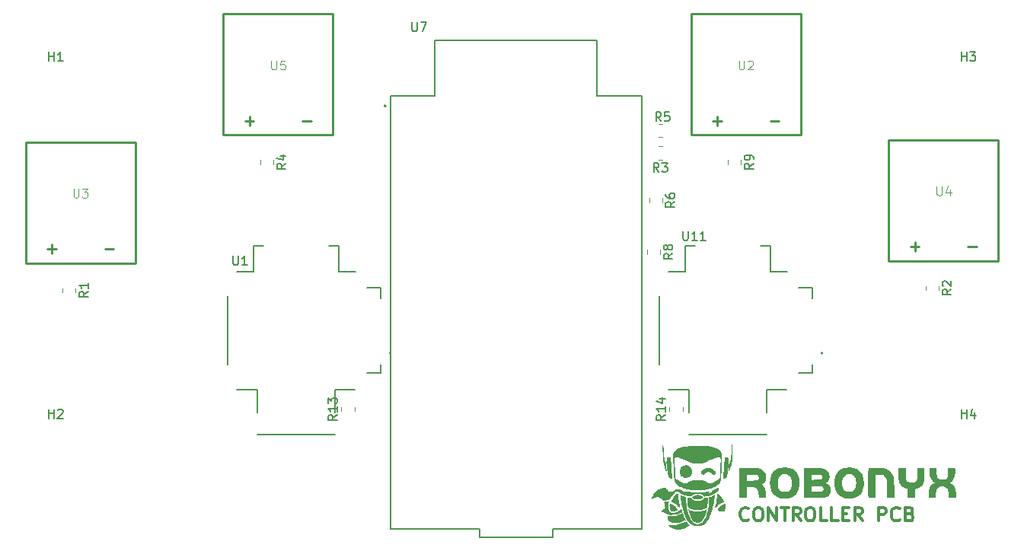
<source format=gto>
%TF.GenerationSoftware,KiCad,Pcbnew,8.0.5*%
%TF.CreationDate,2024-09-19T16:33:59+10:00*%
%TF.ProjectId,SBRcontroller,53425263-6f6e-4747-926f-6c6c65722e6b,rev?*%
%TF.SameCoordinates,PX3d09000PY568bc30*%
%TF.FileFunction,Legend,Top*%
%TF.FilePolarity,Positive*%
%FSLAX46Y46*%
G04 Gerber Fmt 4.6, Leading zero omitted, Abs format (unit mm)*
G04 Created by KiCad (PCBNEW 8.0.5) date 2024-09-19 16:33:59*
%MOMM*%
%LPD*%
G01*
G04 APERTURE LIST*
%ADD10C,0.300000*%
%ADD11C,0.150000*%
%ADD12C,0.100000*%
%ADD13C,0.228600*%
%ADD14C,0.120000*%
%ADD15C,0.254000*%
%ADD16C,0.127000*%
%ADD17C,0.200000*%
%ADD18C,0.000000*%
G04 APERTURE END LIST*
D10*
X62321427Y-39285471D02*
X62249999Y-39356900D01*
X62249999Y-39356900D02*
X62035713Y-39428328D01*
X62035713Y-39428328D02*
X61892856Y-39428328D01*
X61892856Y-39428328D02*
X61678570Y-39356900D01*
X61678570Y-39356900D02*
X61535713Y-39214042D01*
X61535713Y-39214042D02*
X61464284Y-39071185D01*
X61464284Y-39071185D02*
X61392856Y-38785471D01*
X61392856Y-38785471D02*
X61392856Y-38571185D01*
X61392856Y-38571185D02*
X61464284Y-38285471D01*
X61464284Y-38285471D02*
X61535713Y-38142614D01*
X61535713Y-38142614D02*
X61678570Y-37999757D01*
X61678570Y-37999757D02*
X61892856Y-37928328D01*
X61892856Y-37928328D02*
X62035713Y-37928328D01*
X62035713Y-37928328D02*
X62249999Y-37999757D01*
X62249999Y-37999757D02*
X62321427Y-38071185D01*
X63249999Y-37928328D02*
X63535713Y-37928328D01*
X63535713Y-37928328D02*
X63678570Y-37999757D01*
X63678570Y-37999757D02*
X63821427Y-38142614D01*
X63821427Y-38142614D02*
X63892856Y-38428328D01*
X63892856Y-38428328D02*
X63892856Y-38928328D01*
X63892856Y-38928328D02*
X63821427Y-39214042D01*
X63821427Y-39214042D02*
X63678570Y-39356900D01*
X63678570Y-39356900D02*
X63535713Y-39428328D01*
X63535713Y-39428328D02*
X63249999Y-39428328D01*
X63249999Y-39428328D02*
X63107142Y-39356900D01*
X63107142Y-39356900D02*
X62964284Y-39214042D01*
X62964284Y-39214042D02*
X62892856Y-38928328D01*
X62892856Y-38928328D02*
X62892856Y-38428328D01*
X62892856Y-38428328D02*
X62964284Y-38142614D01*
X62964284Y-38142614D02*
X63107142Y-37999757D01*
X63107142Y-37999757D02*
X63249999Y-37928328D01*
X64535713Y-39428328D02*
X64535713Y-37928328D01*
X64535713Y-37928328D02*
X65392856Y-39428328D01*
X65392856Y-39428328D02*
X65392856Y-37928328D01*
X65892857Y-37928328D02*
X66750000Y-37928328D01*
X66321428Y-39428328D02*
X66321428Y-37928328D01*
X68107142Y-39428328D02*
X67607142Y-38714042D01*
X67249999Y-39428328D02*
X67249999Y-37928328D01*
X67249999Y-37928328D02*
X67821428Y-37928328D01*
X67821428Y-37928328D02*
X67964285Y-37999757D01*
X67964285Y-37999757D02*
X68035714Y-38071185D01*
X68035714Y-38071185D02*
X68107142Y-38214042D01*
X68107142Y-38214042D02*
X68107142Y-38428328D01*
X68107142Y-38428328D02*
X68035714Y-38571185D01*
X68035714Y-38571185D02*
X67964285Y-38642614D01*
X67964285Y-38642614D02*
X67821428Y-38714042D01*
X67821428Y-38714042D02*
X67249999Y-38714042D01*
X69035714Y-37928328D02*
X69321428Y-37928328D01*
X69321428Y-37928328D02*
X69464285Y-37999757D01*
X69464285Y-37999757D02*
X69607142Y-38142614D01*
X69607142Y-38142614D02*
X69678571Y-38428328D01*
X69678571Y-38428328D02*
X69678571Y-38928328D01*
X69678571Y-38928328D02*
X69607142Y-39214042D01*
X69607142Y-39214042D02*
X69464285Y-39356900D01*
X69464285Y-39356900D02*
X69321428Y-39428328D01*
X69321428Y-39428328D02*
X69035714Y-39428328D01*
X69035714Y-39428328D02*
X68892857Y-39356900D01*
X68892857Y-39356900D02*
X68749999Y-39214042D01*
X68749999Y-39214042D02*
X68678571Y-38928328D01*
X68678571Y-38928328D02*
X68678571Y-38428328D01*
X68678571Y-38428328D02*
X68749999Y-38142614D01*
X68749999Y-38142614D02*
X68892857Y-37999757D01*
X68892857Y-37999757D02*
X69035714Y-37928328D01*
X71035714Y-39428328D02*
X70321428Y-39428328D01*
X70321428Y-39428328D02*
X70321428Y-37928328D01*
X72250000Y-39428328D02*
X71535714Y-39428328D01*
X71535714Y-39428328D02*
X71535714Y-37928328D01*
X72750000Y-38642614D02*
X73250000Y-38642614D01*
X73464286Y-39428328D02*
X72750000Y-39428328D01*
X72750000Y-39428328D02*
X72750000Y-37928328D01*
X72750000Y-37928328D02*
X73464286Y-37928328D01*
X74964286Y-39428328D02*
X74464286Y-38714042D01*
X74107143Y-39428328D02*
X74107143Y-37928328D01*
X74107143Y-37928328D02*
X74678572Y-37928328D01*
X74678572Y-37928328D02*
X74821429Y-37999757D01*
X74821429Y-37999757D02*
X74892858Y-38071185D01*
X74892858Y-38071185D02*
X74964286Y-38214042D01*
X74964286Y-38214042D02*
X74964286Y-38428328D01*
X74964286Y-38428328D02*
X74892858Y-38571185D01*
X74892858Y-38571185D02*
X74821429Y-38642614D01*
X74821429Y-38642614D02*
X74678572Y-38714042D01*
X74678572Y-38714042D02*
X74107143Y-38714042D01*
X76750000Y-39428328D02*
X76750000Y-37928328D01*
X76750000Y-37928328D02*
X77321429Y-37928328D01*
X77321429Y-37928328D02*
X77464286Y-37999757D01*
X77464286Y-37999757D02*
X77535715Y-38071185D01*
X77535715Y-38071185D02*
X77607143Y-38214042D01*
X77607143Y-38214042D02*
X77607143Y-38428328D01*
X77607143Y-38428328D02*
X77535715Y-38571185D01*
X77535715Y-38571185D02*
X77464286Y-38642614D01*
X77464286Y-38642614D02*
X77321429Y-38714042D01*
X77321429Y-38714042D02*
X76750000Y-38714042D01*
X79107143Y-39285471D02*
X79035715Y-39356900D01*
X79035715Y-39356900D02*
X78821429Y-39428328D01*
X78821429Y-39428328D02*
X78678572Y-39428328D01*
X78678572Y-39428328D02*
X78464286Y-39356900D01*
X78464286Y-39356900D02*
X78321429Y-39214042D01*
X78321429Y-39214042D02*
X78250000Y-39071185D01*
X78250000Y-39071185D02*
X78178572Y-38785471D01*
X78178572Y-38785471D02*
X78178572Y-38571185D01*
X78178572Y-38571185D02*
X78250000Y-38285471D01*
X78250000Y-38285471D02*
X78321429Y-38142614D01*
X78321429Y-38142614D02*
X78464286Y-37999757D01*
X78464286Y-37999757D02*
X78678572Y-37928328D01*
X78678572Y-37928328D02*
X78821429Y-37928328D01*
X78821429Y-37928328D02*
X79035715Y-37999757D01*
X79035715Y-37999757D02*
X79107143Y-38071185D01*
X80250000Y-38642614D02*
X80464286Y-38714042D01*
X80464286Y-38714042D02*
X80535715Y-38785471D01*
X80535715Y-38785471D02*
X80607143Y-38928328D01*
X80607143Y-38928328D02*
X80607143Y-39142614D01*
X80607143Y-39142614D02*
X80535715Y-39285471D01*
X80535715Y-39285471D02*
X80464286Y-39356900D01*
X80464286Y-39356900D02*
X80321429Y-39428328D01*
X80321429Y-39428328D02*
X79750000Y-39428328D01*
X79750000Y-39428328D02*
X79750000Y-37928328D01*
X79750000Y-37928328D02*
X80250000Y-37928328D01*
X80250000Y-37928328D02*
X80392858Y-37999757D01*
X80392858Y-37999757D02*
X80464286Y-38071185D01*
X80464286Y-38071185D02*
X80535715Y-38214042D01*
X80535715Y-38214042D02*
X80535715Y-38356900D01*
X80535715Y-38356900D02*
X80464286Y-38499757D01*
X80464286Y-38499757D02*
X80392858Y-38571185D01*
X80392858Y-38571185D02*
X80250000Y-38642614D01*
X80250000Y-38642614D02*
X79750000Y-38642614D01*
D11*
X62854819Y333334D02*
X62378628Y1D01*
X62854819Y-238094D02*
X61854819Y-238094D01*
X61854819Y-238094D02*
X61854819Y142858D01*
X61854819Y142858D02*
X61902438Y238096D01*
X61902438Y238096D02*
X61950057Y285715D01*
X61950057Y285715D02*
X62045295Y333334D01*
X62045295Y333334D02*
X62188152Y333334D01*
X62188152Y333334D02*
X62283390Y285715D01*
X62283390Y285715D02*
X62331009Y238096D01*
X62331009Y238096D02*
X62378628Y142858D01*
X62378628Y142858D02*
X62378628Y-238094D01*
X62854819Y809525D02*
X62854819Y1000001D01*
X62854819Y1000001D02*
X62807200Y1095239D01*
X62807200Y1095239D02*
X62759580Y1142858D01*
X62759580Y1142858D02*
X62616723Y1238096D01*
X62616723Y1238096D02*
X62426247Y1285715D01*
X62426247Y1285715D02*
X62045295Y1285715D01*
X62045295Y1285715D02*
X61950057Y1238096D01*
X61950057Y1238096D02*
X61902438Y1190477D01*
X61902438Y1190477D02*
X61854819Y1095239D01*
X61854819Y1095239D02*
X61854819Y904763D01*
X61854819Y904763D02*
X61902438Y809525D01*
X61902438Y809525D02*
X61950057Y761906D01*
X61950057Y761906D02*
X62045295Y714287D01*
X62045295Y714287D02*
X62283390Y714287D01*
X62283390Y714287D02*
X62378628Y761906D01*
X62378628Y761906D02*
X62426247Y809525D01*
X62426247Y809525D02*
X62473866Y904763D01*
X62473866Y904763D02*
X62473866Y1095239D01*
X62473866Y1095239D02*
X62426247Y1190477D01*
X62426247Y1190477D02*
X62378628Y1238096D01*
X62378628Y1238096D02*
X62283390Y1285715D01*
D12*
X9238095Y11792581D02*
X9238095Y10983058D01*
X9238095Y10983058D02*
X9285714Y10887820D01*
X9285714Y10887820D02*
X9333333Y10840200D01*
X9333333Y10840200D02*
X9428571Y10792581D01*
X9428571Y10792581D02*
X9619047Y10792581D01*
X9619047Y10792581D02*
X9714285Y10840200D01*
X9714285Y10840200D02*
X9761904Y10887820D01*
X9761904Y10887820D02*
X9809523Y10983058D01*
X9809523Y10983058D02*
X9809523Y11792581D01*
X10761904Y11792581D02*
X10285714Y11792581D01*
X10285714Y11792581D02*
X10238095Y11316391D01*
X10238095Y11316391D02*
X10285714Y11364010D01*
X10285714Y11364010D02*
X10380952Y11411629D01*
X10380952Y11411629D02*
X10619047Y11411629D01*
X10619047Y11411629D02*
X10714285Y11364010D01*
X10714285Y11364010D02*
X10761904Y11316391D01*
X10761904Y11316391D02*
X10809523Y11221153D01*
X10809523Y11221153D02*
X10809523Y10983058D01*
X10809523Y10983058D02*
X10761904Y10887820D01*
X10761904Y10887820D02*
X10714285Y10840200D01*
X10714285Y10840200D02*
X10619047Y10792581D01*
X10619047Y10792581D02*
X10380952Y10792581D01*
X10380952Y10792581D02*
X10285714Y10840200D01*
X10285714Y10840200D02*
X10238095Y10887820D01*
D13*
X6303105Y5076097D02*
X7290077Y5076097D01*
X6796591Y4582612D02*
X6796591Y5569583D01*
X12707722Y5076097D02*
X13694694Y5076097D01*
X13694694Y5076097D02*
X12707723Y5076097D01*
X7290077Y5076097D02*
X6303106Y5076097D01*
X6796591Y4582612D02*
X6796591Y5569583D01*
D11*
X4988095Y-9954819D02*
X4988095Y-10764342D01*
X4988095Y-10764342D02*
X5035714Y-10859580D01*
X5035714Y-10859580D02*
X5083333Y-10907200D01*
X5083333Y-10907200D02*
X5178571Y-10954819D01*
X5178571Y-10954819D02*
X5369047Y-10954819D01*
X5369047Y-10954819D02*
X5464285Y-10907200D01*
X5464285Y-10907200D02*
X5511904Y-10859580D01*
X5511904Y-10859580D02*
X5559523Y-10764342D01*
X5559523Y-10764342D02*
X5559523Y-9954819D01*
X6559523Y-10954819D02*
X5988095Y-10954819D01*
X6273809Y-10954819D02*
X6273809Y-9954819D01*
X6273809Y-9954819D02*
X6178571Y-10097676D01*
X6178571Y-10097676D02*
X6083333Y-10192914D01*
X6083333Y-10192914D02*
X5988095Y-10240533D01*
X55011905Y-7204819D02*
X55011905Y-8014342D01*
X55011905Y-8014342D02*
X55059524Y-8109580D01*
X55059524Y-8109580D02*
X55107143Y-8157200D01*
X55107143Y-8157200D02*
X55202381Y-8204819D01*
X55202381Y-8204819D02*
X55392857Y-8204819D01*
X55392857Y-8204819D02*
X55488095Y-8157200D01*
X55488095Y-8157200D02*
X55535714Y-8109580D01*
X55535714Y-8109580D02*
X55583333Y-8014342D01*
X55583333Y-8014342D02*
X55583333Y-7204819D01*
X56583333Y-8204819D02*
X56011905Y-8204819D01*
X56297619Y-8204819D02*
X56297619Y-7204819D01*
X56297619Y-7204819D02*
X56202381Y-7347676D01*
X56202381Y-7347676D02*
X56107143Y-7442914D01*
X56107143Y-7442914D02*
X56011905Y-7490533D01*
X57535714Y-8204819D02*
X56964286Y-8204819D01*
X57250000Y-8204819D02*
X57250000Y-7204819D01*
X57250000Y-7204819D02*
X57154762Y-7347676D01*
X57154762Y-7347676D02*
X57059524Y-7442914D01*
X57059524Y-7442914D02*
X56964286Y-7490533D01*
X84854819Y-13666666D02*
X84378628Y-13999999D01*
X84854819Y-14238094D02*
X83854819Y-14238094D01*
X83854819Y-14238094D02*
X83854819Y-13857142D01*
X83854819Y-13857142D02*
X83902438Y-13761904D01*
X83902438Y-13761904D02*
X83950057Y-13714285D01*
X83950057Y-13714285D02*
X84045295Y-13666666D01*
X84045295Y-13666666D02*
X84188152Y-13666666D01*
X84188152Y-13666666D02*
X84283390Y-13714285D01*
X84283390Y-13714285D02*
X84331009Y-13761904D01*
X84331009Y-13761904D02*
X84378628Y-13857142D01*
X84378628Y-13857142D02*
X84378628Y-14238094D01*
X83950057Y-13285713D02*
X83902438Y-13238094D01*
X83902438Y-13238094D02*
X83854819Y-13142856D01*
X83854819Y-13142856D02*
X83854819Y-12904761D01*
X83854819Y-12904761D02*
X83902438Y-12809523D01*
X83902438Y-12809523D02*
X83950057Y-12761904D01*
X83950057Y-12761904D02*
X84045295Y-12714285D01*
X84045295Y-12714285D02*
X84140533Y-12714285D01*
X84140533Y-12714285D02*
X84283390Y-12761904D01*
X84283390Y-12761904D02*
X84854819Y-13333332D01*
X84854819Y-13333332D02*
X84854819Y-12714285D01*
X52583333Y5045181D02*
X52250000Y5521372D01*
X52011905Y5045181D02*
X52011905Y6045181D01*
X52011905Y6045181D02*
X52392857Y6045181D01*
X52392857Y6045181D02*
X52488095Y5997562D01*
X52488095Y5997562D02*
X52535714Y5949943D01*
X52535714Y5949943D02*
X52583333Y5854705D01*
X52583333Y5854705D02*
X52583333Y5711848D01*
X52583333Y5711848D02*
X52535714Y5616610D01*
X52535714Y5616610D02*
X52488095Y5568991D01*
X52488095Y5568991D02*
X52392857Y5521372D01*
X52392857Y5521372D02*
X52011905Y5521372D01*
X53488095Y6045181D02*
X53011905Y6045181D01*
X53011905Y6045181D02*
X52964286Y5568991D01*
X52964286Y5568991D02*
X53011905Y5616610D01*
X53011905Y5616610D02*
X53107143Y5664229D01*
X53107143Y5664229D02*
X53345238Y5664229D01*
X53345238Y5664229D02*
X53440476Y5616610D01*
X53440476Y5616610D02*
X53488095Y5568991D01*
X53488095Y5568991D02*
X53535714Y5473753D01*
X53535714Y5473753D02*
X53535714Y5235658D01*
X53535714Y5235658D02*
X53488095Y5140420D01*
X53488095Y5140420D02*
X53440476Y5092800D01*
X53440476Y5092800D02*
X53345238Y5045181D01*
X53345238Y5045181D02*
X53107143Y5045181D01*
X53107143Y5045181D02*
X53011905Y5092800D01*
X53011905Y5092800D02*
X52964286Y5140420D01*
X85988095Y-28004819D02*
X85988095Y-27004819D01*
X85988095Y-27481009D02*
X86559523Y-27481009D01*
X86559523Y-28004819D02*
X86559523Y-27004819D01*
X87464285Y-27338152D02*
X87464285Y-28004819D01*
X87226190Y-26957200D02*
X86988095Y-27671485D01*
X86988095Y-27671485D02*
X87607142Y-27671485D01*
X-11145181Y-13916666D02*
X-11621372Y-14249999D01*
X-11145181Y-14488094D02*
X-12145181Y-14488094D01*
X-12145181Y-14488094D02*
X-12145181Y-14107142D01*
X-12145181Y-14107142D02*
X-12097562Y-14011904D01*
X-12097562Y-14011904D02*
X-12049943Y-13964285D01*
X-12049943Y-13964285D02*
X-11954705Y-13916666D01*
X-11954705Y-13916666D02*
X-11811848Y-13916666D01*
X-11811848Y-13916666D02*
X-11716610Y-13964285D01*
X-11716610Y-13964285D02*
X-11668991Y-14011904D01*
X-11668991Y-14011904D02*
X-11621372Y-14107142D01*
X-11621372Y-14107142D02*
X-11621372Y-14488094D01*
X-11145181Y-12964285D02*
X-11145181Y-13535713D01*
X-11145181Y-13249999D02*
X-12145181Y-13249999D01*
X-12145181Y-13249999D02*
X-12002324Y-13345237D01*
X-12002324Y-13345237D02*
X-11907086Y-13440475D01*
X-11907086Y-13440475D02*
X-11859467Y-13535713D01*
X-15511905Y-28004819D02*
X-15511905Y-27004819D01*
X-15511905Y-27481009D02*
X-14940477Y-27481009D01*
X-14940477Y-28004819D02*
X-14940477Y-27004819D01*
X-14511905Y-27100057D02*
X-14464286Y-27052438D01*
X-14464286Y-27052438D02*
X-14369048Y-27004819D01*
X-14369048Y-27004819D02*
X-14130953Y-27004819D01*
X-14130953Y-27004819D02*
X-14035715Y-27052438D01*
X-14035715Y-27052438D02*
X-13988096Y-27100057D01*
X-13988096Y-27100057D02*
X-13940477Y-27195295D01*
X-13940477Y-27195295D02*
X-13940477Y-27290533D01*
X-13940477Y-27290533D02*
X-13988096Y-27433390D01*
X-13988096Y-27433390D02*
X-14559524Y-28004819D01*
X-14559524Y-28004819D02*
X-13940477Y-28004819D01*
X54104819Y-3916666D02*
X53628628Y-4249999D01*
X54104819Y-4488094D02*
X53104819Y-4488094D01*
X53104819Y-4488094D02*
X53104819Y-4107142D01*
X53104819Y-4107142D02*
X53152438Y-4011904D01*
X53152438Y-4011904D02*
X53200057Y-3964285D01*
X53200057Y-3964285D02*
X53295295Y-3916666D01*
X53295295Y-3916666D02*
X53438152Y-3916666D01*
X53438152Y-3916666D02*
X53533390Y-3964285D01*
X53533390Y-3964285D02*
X53581009Y-4011904D01*
X53581009Y-4011904D02*
X53628628Y-4107142D01*
X53628628Y-4107142D02*
X53628628Y-4488094D01*
X53104819Y-3059523D02*
X53104819Y-3249999D01*
X53104819Y-3249999D02*
X53152438Y-3345237D01*
X53152438Y-3345237D02*
X53200057Y-3392856D01*
X53200057Y-3392856D02*
X53342914Y-3488094D01*
X53342914Y-3488094D02*
X53533390Y-3535713D01*
X53533390Y-3535713D02*
X53914342Y-3535713D01*
X53914342Y-3535713D02*
X54009580Y-3488094D01*
X54009580Y-3488094D02*
X54057200Y-3440475D01*
X54057200Y-3440475D02*
X54104819Y-3345237D01*
X54104819Y-3345237D02*
X54104819Y-3154761D01*
X54104819Y-3154761D02*
X54057200Y-3059523D01*
X54057200Y-3059523D02*
X54009580Y-3011904D01*
X54009580Y-3011904D02*
X53914342Y-2964285D01*
X53914342Y-2964285D02*
X53676247Y-2964285D01*
X53676247Y-2964285D02*
X53581009Y-3011904D01*
X53581009Y-3011904D02*
X53533390Y-3059523D01*
X53533390Y-3059523D02*
X53485771Y-3154761D01*
X53485771Y-3154761D02*
X53485771Y-3345237D01*
X53485771Y-3345237D02*
X53533390Y-3440475D01*
X53533390Y-3440475D02*
X53581009Y-3488094D01*
X53581009Y-3488094D02*
X53676247Y-3535713D01*
D12*
X-12761905Y-2457419D02*
X-12761905Y-3266942D01*
X-12761905Y-3266942D02*
X-12714286Y-3362180D01*
X-12714286Y-3362180D02*
X-12666667Y-3409800D01*
X-12666667Y-3409800D02*
X-12571429Y-3457419D01*
X-12571429Y-3457419D02*
X-12380953Y-3457419D01*
X-12380953Y-3457419D02*
X-12285715Y-3409800D01*
X-12285715Y-3409800D02*
X-12238096Y-3362180D01*
X-12238096Y-3362180D02*
X-12190477Y-3266942D01*
X-12190477Y-3266942D02*
X-12190477Y-2457419D01*
X-11809524Y-2457419D02*
X-11190477Y-2457419D01*
X-11190477Y-2457419D02*
X-11523810Y-2838371D01*
X-11523810Y-2838371D02*
X-11380953Y-2838371D01*
X-11380953Y-2838371D02*
X-11285715Y-2885990D01*
X-11285715Y-2885990D02*
X-11238096Y-2933609D01*
X-11238096Y-2933609D02*
X-11190477Y-3028847D01*
X-11190477Y-3028847D02*
X-11190477Y-3266942D01*
X-11190477Y-3266942D02*
X-11238096Y-3362180D01*
X-11238096Y-3362180D02*
X-11285715Y-3409800D01*
X-11285715Y-3409800D02*
X-11380953Y-3457419D01*
X-11380953Y-3457419D02*
X-11666667Y-3457419D01*
X-11666667Y-3457419D02*
X-11761905Y-3409800D01*
X-11761905Y-3409800D02*
X-11809524Y-3362180D01*
D13*
X-15696895Y-9173903D02*
X-14709923Y-9173903D01*
X-15203409Y-9667388D02*
X-15203409Y-8680417D01*
X-9292278Y-9173903D02*
X-8305306Y-9173903D01*
X-8305306Y-9173903D02*
X-9292277Y-9173903D01*
X-14709923Y-9173903D02*
X-15696894Y-9173903D01*
X-15203409Y-9667388D02*
X-15203409Y-8680417D01*
D11*
X53854819Y-9666666D02*
X53378628Y-9999999D01*
X53854819Y-10238094D02*
X52854819Y-10238094D01*
X52854819Y-10238094D02*
X52854819Y-9857142D01*
X52854819Y-9857142D02*
X52902438Y-9761904D01*
X52902438Y-9761904D02*
X52950057Y-9714285D01*
X52950057Y-9714285D02*
X53045295Y-9666666D01*
X53045295Y-9666666D02*
X53188152Y-9666666D01*
X53188152Y-9666666D02*
X53283390Y-9714285D01*
X53283390Y-9714285D02*
X53331009Y-9761904D01*
X53331009Y-9761904D02*
X53378628Y-9857142D01*
X53378628Y-9857142D02*
X53378628Y-10238094D01*
X53283390Y-9095237D02*
X53235771Y-9190475D01*
X53235771Y-9190475D02*
X53188152Y-9238094D01*
X53188152Y-9238094D02*
X53092914Y-9285713D01*
X53092914Y-9285713D02*
X53045295Y-9285713D01*
X53045295Y-9285713D02*
X52950057Y-9238094D01*
X52950057Y-9238094D02*
X52902438Y-9190475D01*
X52902438Y-9190475D02*
X52854819Y-9095237D01*
X52854819Y-9095237D02*
X52854819Y-8904761D01*
X52854819Y-8904761D02*
X52902438Y-8809523D01*
X52902438Y-8809523D02*
X52950057Y-8761904D01*
X52950057Y-8761904D02*
X53045295Y-8714285D01*
X53045295Y-8714285D02*
X53092914Y-8714285D01*
X53092914Y-8714285D02*
X53188152Y-8761904D01*
X53188152Y-8761904D02*
X53235771Y-8809523D01*
X53235771Y-8809523D02*
X53283390Y-8904761D01*
X53283390Y-8904761D02*
X53283390Y-9095237D01*
X53283390Y-9095237D02*
X53331009Y-9190475D01*
X53331009Y-9190475D02*
X53378628Y-9238094D01*
X53378628Y-9238094D02*
X53473866Y-9285713D01*
X53473866Y-9285713D02*
X53664342Y-9285713D01*
X53664342Y-9285713D02*
X53759580Y-9238094D01*
X53759580Y-9238094D02*
X53807200Y-9190475D01*
X53807200Y-9190475D02*
X53854819Y-9095237D01*
X53854819Y-9095237D02*
X53854819Y-8904761D01*
X53854819Y-8904761D02*
X53807200Y-8809523D01*
X53807200Y-8809523D02*
X53759580Y-8761904D01*
X53759580Y-8761904D02*
X53664342Y-8714285D01*
X53664342Y-8714285D02*
X53473866Y-8714285D01*
X53473866Y-8714285D02*
X53378628Y-8761904D01*
X53378628Y-8761904D02*
X53331009Y-8809523D01*
X53331009Y-8809523D02*
X53283390Y-8904761D01*
X53054819Y-27642857D02*
X52578628Y-27976190D01*
X53054819Y-28214285D02*
X52054819Y-28214285D01*
X52054819Y-28214285D02*
X52054819Y-27833333D01*
X52054819Y-27833333D02*
X52102438Y-27738095D01*
X52102438Y-27738095D02*
X52150057Y-27690476D01*
X52150057Y-27690476D02*
X52245295Y-27642857D01*
X52245295Y-27642857D02*
X52388152Y-27642857D01*
X52388152Y-27642857D02*
X52483390Y-27690476D01*
X52483390Y-27690476D02*
X52531009Y-27738095D01*
X52531009Y-27738095D02*
X52578628Y-27833333D01*
X52578628Y-27833333D02*
X52578628Y-28214285D01*
X53054819Y-26690476D02*
X53054819Y-27261904D01*
X53054819Y-26976190D02*
X52054819Y-26976190D01*
X52054819Y-26976190D02*
X52197676Y-27071428D01*
X52197676Y-27071428D02*
X52292914Y-27166666D01*
X52292914Y-27166666D02*
X52340533Y-27261904D01*
X52388152Y-25833333D02*
X53054819Y-25833333D01*
X52007200Y-26071428D02*
X52721485Y-26309523D01*
X52721485Y-26309523D02*
X52721485Y-25690476D01*
X24893095Y16045181D02*
X24893095Y15235658D01*
X24893095Y15235658D02*
X24940714Y15140420D01*
X24940714Y15140420D02*
X24988333Y15092800D01*
X24988333Y15092800D02*
X25083571Y15045181D01*
X25083571Y15045181D02*
X25274047Y15045181D01*
X25274047Y15045181D02*
X25369285Y15092800D01*
X25369285Y15092800D02*
X25416904Y15140420D01*
X25416904Y15140420D02*
X25464523Y15235658D01*
X25464523Y15235658D02*
X25464523Y16045181D01*
X25845476Y16045181D02*
X26512142Y16045181D01*
X26512142Y16045181D02*
X26083571Y15045181D01*
X10854819Y333334D02*
X10378628Y1D01*
X10854819Y-238094D02*
X9854819Y-238094D01*
X9854819Y-238094D02*
X9854819Y142858D01*
X9854819Y142858D02*
X9902438Y238096D01*
X9902438Y238096D02*
X9950057Y285715D01*
X9950057Y285715D02*
X10045295Y333334D01*
X10045295Y333334D02*
X10188152Y333334D01*
X10188152Y333334D02*
X10283390Y285715D01*
X10283390Y285715D02*
X10331009Y238096D01*
X10331009Y238096D02*
X10378628Y142858D01*
X10378628Y142858D02*
X10378628Y-238094D01*
X10188152Y1190477D02*
X10854819Y1190477D01*
X9807200Y952382D02*
X10521485Y714287D01*
X10521485Y714287D02*
X10521485Y1333334D01*
X16554819Y-27642857D02*
X16078628Y-27976190D01*
X16554819Y-28214285D02*
X15554819Y-28214285D01*
X15554819Y-28214285D02*
X15554819Y-27833333D01*
X15554819Y-27833333D02*
X15602438Y-27738095D01*
X15602438Y-27738095D02*
X15650057Y-27690476D01*
X15650057Y-27690476D02*
X15745295Y-27642857D01*
X15745295Y-27642857D02*
X15888152Y-27642857D01*
X15888152Y-27642857D02*
X15983390Y-27690476D01*
X15983390Y-27690476D02*
X16031009Y-27738095D01*
X16031009Y-27738095D02*
X16078628Y-27833333D01*
X16078628Y-27833333D02*
X16078628Y-28214285D01*
X16554819Y-26690476D02*
X16554819Y-27261904D01*
X16554819Y-26976190D02*
X15554819Y-26976190D01*
X15554819Y-26976190D02*
X15697676Y-27071428D01*
X15697676Y-27071428D02*
X15792914Y-27166666D01*
X15792914Y-27166666D02*
X15840533Y-27261904D01*
X15554819Y-26357142D02*
X15554819Y-25738095D01*
X15554819Y-25738095D02*
X15935771Y-26071428D01*
X15935771Y-26071428D02*
X15935771Y-25928571D01*
X15935771Y-25928571D02*
X15983390Y-25833333D01*
X15983390Y-25833333D02*
X16031009Y-25785714D01*
X16031009Y-25785714D02*
X16126247Y-25738095D01*
X16126247Y-25738095D02*
X16364342Y-25738095D01*
X16364342Y-25738095D02*
X16459580Y-25785714D01*
X16459580Y-25785714D02*
X16507200Y-25833333D01*
X16507200Y-25833333D02*
X16554819Y-25928571D01*
X16554819Y-25928571D02*
X16554819Y-26214285D01*
X16554819Y-26214285D02*
X16507200Y-26309523D01*
X16507200Y-26309523D02*
X16459580Y-26357142D01*
X52333333Y-604819D02*
X52000000Y-128628D01*
X51761905Y-604819D02*
X51761905Y395181D01*
X51761905Y395181D02*
X52142857Y395181D01*
X52142857Y395181D02*
X52238095Y347562D01*
X52238095Y347562D02*
X52285714Y299943D01*
X52285714Y299943D02*
X52333333Y204705D01*
X52333333Y204705D02*
X52333333Y61848D01*
X52333333Y61848D02*
X52285714Y-33390D01*
X52285714Y-33390D02*
X52238095Y-81009D01*
X52238095Y-81009D02*
X52142857Y-128628D01*
X52142857Y-128628D02*
X51761905Y-128628D01*
X52666667Y395181D02*
X53285714Y395181D01*
X53285714Y395181D02*
X52952381Y14229D01*
X52952381Y14229D02*
X53095238Y14229D01*
X53095238Y14229D02*
X53190476Y-33390D01*
X53190476Y-33390D02*
X53238095Y-81009D01*
X53238095Y-81009D02*
X53285714Y-176247D01*
X53285714Y-176247D02*
X53285714Y-414342D01*
X53285714Y-414342D02*
X53238095Y-509580D01*
X53238095Y-509580D02*
X53190476Y-557200D01*
X53190476Y-557200D02*
X53095238Y-604819D01*
X53095238Y-604819D02*
X52809524Y-604819D01*
X52809524Y-604819D02*
X52714286Y-557200D01*
X52714286Y-557200D02*
X52666667Y-509580D01*
D12*
X83238095Y-2207419D02*
X83238095Y-3016942D01*
X83238095Y-3016942D02*
X83285714Y-3112180D01*
X83285714Y-3112180D02*
X83333333Y-3159800D01*
X83333333Y-3159800D02*
X83428571Y-3207419D01*
X83428571Y-3207419D02*
X83619047Y-3207419D01*
X83619047Y-3207419D02*
X83714285Y-3159800D01*
X83714285Y-3159800D02*
X83761904Y-3112180D01*
X83761904Y-3112180D02*
X83809523Y-3016942D01*
X83809523Y-3016942D02*
X83809523Y-2207419D01*
X84714285Y-2540752D02*
X84714285Y-3207419D01*
X84476190Y-2159800D02*
X84238095Y-2874085D01*
X84238095Y-2874085D02*
X84857142Y-2874085D01*
D13*
X87694694Y-8923903D02*
X86707723Y-8923903D01*
X81290077Y-8923903D02*
X80303106Y-8923903D01*
X80796591Y-9417388D02*
X80796591Y-8430417D01*
X86707722Y-8923903D02*
X87694694Y-8923903D01*
X80303105Y-8923903D02*
X81290077Y-8923903D01*
X80796591Y-9417388D02*
X80796591Y-8430417D01*
D12*
X61238095Y11792581D02*
X61238095Y10983058D01*
X61238095Y10983058D02*
X61285714Y10887820D01*
X61285714Y10887820D02*
X61333333Y10840200D01*
X61333333Y10840200D02*
X61428571Y10792581D01*
X61428571Y10792581D02*
X61619047Y10792581D01*
X61619047Y10792581D02*
X61714285Y10840200D01*
X61714285Y10840200D02*
X61761904Y10887820D01*
X61761904Y10887820D02*
X61809523Y10983058D01*
X61809523Y10983058D02*
X61809523Y11792581D01*
X62238095Y11697343D02*
X62285714Y11744962D01*
X62285714Y11744962D02*
X62380952Y11792581D01*
X62380952Y11792581D02*
X62619047Y11792581D01*
X62619047Y11792581D02*
X62714285Y11744962D01*
X62714285Y11744962D02*
X62761904Y11697343D01*
X62761904Y11697343D02*
X62809523Y11602105D01*
X62809523Y11602105D02*
X62809523Y11506867D01*
X62809523Y11506867D02*
X62761904Y11364010D01*
X62761904Y11364010D02*
X62190476Y10792581D01*
X62190476Y10792581D02*
X62809523Y10792581D01*
D13*
X65694694Y5076097D02*
X64707723Y5076097D01*
X59290077Y5076097D02*
X58303106Y5076097D01*
X58796591Y4582612D02*
X58796591Y5569583D01*
X65694694Y5076097D02*
X64707723Y5076097D01*
X59290077Y5076097D02*
X58303106Y5076097D01*
X58796591Y4582612D02*
X58796591Y5569583D01*
D11*
X-15511905Y11745181D02*
X-15511905Y12745181D01*
X-15511905Y12268991D02*
X-14940477Y12268991D01*
X-14940477Y11745181D02*
X-14940477Y12745181D01*
X-13940477Y11745181D02*
X-14511905Y11745181D01*
X-14226191Y11745181D02*
X-14226191Y12745181D01*
X-14226191Y12745181D02*
X-14321429Y12602324D01*
X-14321429Y12602324D02*
X-14416667Y12507086D01*
X-14416667Y12507086D02*
X-14511905Y12459467D01*
X85988095Y11745181D02*
X85988095Y12745181D01*
X85988095Y12268991D02*
X86559523Y12268991D01*
X86559523Y11745181D02*
X86559523Y12745181D01*
X86940476Y12745181D02*
X87559523Y12745181D01*
X87559523Y12745181D02*
X87226190Y12364229D01*
X87226190Y12364229D02*
X87369047Y12364229D01*
X87369047Y12364229D02*
X87464285Y12316610D01*
X87464285Y12316610D02*
X87511904Y12268991D01*
X87511904Y12268991D02*
X87559523Y12173753D01*
X87559523Y12173753D02*
X87559523Y11935658D01*
X87559523Y11935658D02*
X87511904Y11840420D01*
X87511904Y11840420D02*
X87464285Y11792800D01*
X87464285Y11792800D02*
X87369047Y11745181D01*
X87369047Y11745181D02*
X87083333Y11745181D01*
X87083333Y11745181D02*
X86988095Y11792800D01*
X86988095Y11792800D02*
X86940476Y11840420D01*
D14*
%TO.C,R9*%
X60015000Y727064D02*
X60015000Y272936D01*
X61485000Y727064D02*
X61485000Y272936D01*
D15*
%TO.C,U5*%
X3904000Y16981000D02*
X16096000Y16981000D01*
X3904000Y3519000D02*
X3904000Y16981000D01*
X16096000Y16981000D02*
X16096000Y3519000D01*
X16096000Y3519000D02*
X3904000Y3519000D01*
D16*
%TO.C,U1*%
X4400000Y-14440000D02*
X4400000Y-22060000D01*
X5425000Y-24825000D02*
X7700000Y-24825000D01*
X7250000Y-8850000D02*
X7250000Y-11675000D01*
X7250000Y-11675000D02*
X5425000Y-11675000D01*
X7700000Y-24825000D02*
X7700000Y-27400000D01*
X7700000Y-29850000D02*
X16300000Y-29850000D01*
X8350000Y-8850000D02*
X7250000Y-8850000D01*
X15650000Y-8850000D02*
X16750000Y-8850000D01*
X16300000Y-24825000D02*
X18550000Y-24825000D01*
X16300000Y-27400000D02*
X16300000Y-24825000D01*
X16750000Y-8850000D02*
X16750000Y-11675000D01*
X16750000Y-11675000D02*
X18575000Y-11675000D01*
X19900000Y-13500000D02*
X21400000Y-13500000D01*
X21400000Y-13500000D02*
X21400000Y-14700000D01*
X21400000Y-22050000D02*
X21400000Y-23000000D01*
X21400000Y-23000000D02*
X19850000Y-23000000D01*
D17*
X22550000Y-20750000D02*
G75*
G02*
X22350000Y-20750000I-100000J0D01*
G01*
X22350000Y-20750000D02*
G75*
G02*
X22550000Y-20750000I100000J0D01*
G01*
D16*
%TO.C,U11*%
X52400000Y-14440000D02*
X52400000Y-22060000D01*
X53425000Y-24825000D02*
X55700000Y-24825000D01*
X55250000Y-8850000D02*
X55250000Y-11675000D01*
X55250000Y-11675000D02*
X53425000Y-11675000D01*
X55700000Y-24825000D02*
X55700000Y-27400000D01*
X55700000Y-29850000D02*
X64300000Y-29850000D01*
X56350000Y-8850000D02*
X55250000Y-8850000D01*
X63650000Y-8850000D02*
X64750000Y-8850000D01*
X64300000Y-24825000D02*
X66550000Y-24825000D01*
X64300000Y-27400000D02*
X64300000Y-24825000D01*
X64750000Y-8850000D02*
X64750000Y-11675000D01*
X64750000Y-11675000D02*
X66575000Y-11675000D01*
X67900000Y-13500000D02*
X69400000Y-13500000D01*
X69400000Y-13500000D02*
X69400000Y-14700000D01*
X69400000Y-22050000D02*
X69400000Y-23000000D01*
X69400000Y-23000000D02*
X67850000Y-23000000D01*
D17*
X70550000Y-20750000D02*
G75*
G02*
X70350000Y-20750000I-100000J0D01*
G01*
X70350000Y-20750000D02*
G75*
G02*
X70550000Y-20750000I100000J0D01*
G01*
D14*
%TO.C,R2*%
X82015000Y-13272936D02*
X82015000Y-13727064D01*
X83485000Y-13272936D02*
X83485000Y-13727064D01*
%TO.C,R5*%
X52727064Y4735000D02*
X52272936Y4735000D01*
X52727064Y3265000D02*
X52272936Y3265000D01*
%TO.C,R1*%
X-13985000Y-13522936D02*
X-13985000Y-13977064D01*
X-12515000Y-13522936D02*
X-12515000Y-13977064D01*
%TO.C,R6*%
X51265000Y-3522936D02*
X51265000Y-3977064D01*
X52735000Y-3522936D02*
X52735000Y-3977064D01*
D18*
%TO.C,G\u002A\u002A\u002A*%
G36*
X56721505Y-36543251D02*
G01*
X56810900Y-36549250D01*
X56886808Y-36560798D01*
X56889553Y-36561396D01*
X56976745Y-36584921D01*
X57055183Y-36614417D01*
X57122896Y-36648501D01*
X57177913Y-36685791D01*
X57218262Y-36724904D01*
X57241974Y-36764457D01*
X57247076Y-36803069D01*
X57245555Y-36811103D01*
X57226337Y-36849735D01*
X57189655Y-36889580D01*
X57138920Y-36928329D01*
X57077540Y-36963675D01*
X57008923Y-36993308D01*
X56949092Y-37011867D01*
X56818996Y-37036318D01*
X56679783Y-37046805D01*
X56538576Y-37042941D01*
X56482625Y-37037228D01*
X56388239Y-37020298D01*
X56299161Y-36994524D01*
X56218775Y-36961455D01*
X56150465Y-36922643D01*
X56097615Y-36879637D01*
X56072590Y-36849326D01*
X56056101Y-36808146D01*
X56059363Y-36765882D01*
X56081086Y-36723771D01*
X56119983Y-36683050D01*
X56174764Y-36644955D01*
X56244141Y-36610721D01*
X56326825Y-36581586D01*
X56361578Y-36572081D01*
X56438658Y-36557218D01*
X56528757Y-36547370D01*
X56625248Y-36542669D01*
X56721505Y-36543251D01*
G37*
G36*
X55462513Y-33245516D02*
G01*
X55574428Y-33275277D01*
X55678761Y-33322875D01*
X55773608Y-33386817D01*
X55857069Y-33465608D01*
X55927243Y-33557755D01*
X55982226Y-33661763D01*
X56016831Y-33763042D01*
X56028932Y-33832513D01*
X56033504Y-33913418D01*
X56030680Y-33997460D01*
X56020593Y-34076341D01*
X56011174Y-34117508D01*
X55969691Y-34228169D01*
X55910791Y-34329303D01*
X55836529Y-34418918D01*
X55748964Y-34495022D01*
X55650152Y-34555623D01*
X55542149Y-34598731D01*
X55503506Y-34609095D01*
X55441994Y-34618937D01*
X55368698Y-34623579D01*
X55292054Y-34623032D01*
X55220498Y-34617309D01*
X55170995Y-34608631D01*
X55060282Y-34571365D01*
X54959216Y-34516554D01*
X54869374Y-34446217D01*
X54792331Y-34362377D01*
X54729664Y-34267055D01*
X54682949Y-34162272D01*
X54653762Y-34050050D01*
X54643679Y-33932409D01*
X54643679Y-33932375D01*
X54653684Y-33813146D01*
X54682830Y-33699645D01*
X54729815Y-33593976D01*
X54793335Y-33498242D01*
X54872087Y-33414546D01*
X54964768Y-33344992D01*
X55029603Y-33309438D01*
X55103870Y-33276486D01*
X55168772Y-33254413D01*
X55231897Y-33241430D01*
X55300836Y-33235748D01*
X55344917Y-33235088D01*
X55462513Y-33245516D01*
G37*
G36*
X53587391Y-37517955D02*
G01*
X53619868Y-37527489D01*
X53668225Y-37543652D01*
X53678481Y-37547180D01*
X53833781Y-37606490D01*
X53969862Y-37671126D01*
X54088265Y-37742259D01*
X54190526Y-37821064D01*
X54278183Y-37908715D01*
X54352775Y-38006384D01*
X54411283Y-38106292D01*
X54432521Y-38148199D01*
X54444886Y-38175501D01*
X54449429Y-38192287D01*
X54447201Y-38202651D01*
X54439251Y-38210682D01*
X54438276Y-38211441D01*
X54411019Y-38228698D01*
X54368668Y-38251059D01*
X54316014Y-38276383D01*
X54257853Y-38302528D01*
X54198976Y-38327352D01*
X54144177Y-38348714D01*
X54098250Y-38364473D01*
X54090792Y-38366695D01*
X54019677Y-38383740D01*
X53947061Y-38395085D01*
X53878044Y-38400382D01*
X53817726Y-38399282D01*
X53771208Y-38391436D01*
X53764029Y-38389033D01*
X53719803Y-38366241D01*
X53681397Y-38332084D01*
X53647397Y-38284375D01*
X53616391Y-38220927D01*
X53586963Y-38139554D01*
X53573000Y-38093540D01*
X53546084Y-37973712D01*
X53531030Y-37845726D01*
X53528670Y-37718909D01*
X53533389Y-37650112D01*
X53538851Y-37602433D01*
X53544331Y-37561546D01*
X53549076Y-37532741D01*
X53551554Y-37522605D01*
X53556603Y-37516165D01*
X53567426Y-37514398D01*
X53587391Y-37517955D01*
G37*
G36*
X59754469Y-37507608D02*
G01*
X59756503Y-37519367D01*
X59758884Y-37548644D01*
X59761391Y-37591801D01*
X59763805Y-37645196D01*
X59765287Y-37685735D01*
X59767201Y-37755485D01*
X59767443Y-37809771D01*
X59765669Y-37854253D01*
X59761538Y-37894592D01*
X59754707Y-37936449D01*
X59748086Y-37969917D01*
X59727964Y-38057660D01*
X59705324Y-38139709D01*
X59681284Y-38212922D01*
X59656958Y-38274156D01*
X59633462Y-38320271D01*
X59614750Y-38345461D01*
X59569188Y-38376633D01*
X59507750Y-38395939D01*
X59432277Y-38403093D01*
X59344612Y-38397808D01*
X59310065Y-38392746D01*
X59215490Y-38370635D01*
X59112003Y-38334263D01*
X58997300Y-38282802D01*
X58980982Y-38274729D01*
X58933863Y-38251077D01*
X58894022Y-38230874D01*
X58865050Y-38215959D01*
X58850540Y-38208166D01*
X58849591Y-38207545D01*
X58849430Y-38194144D01*
X58858851Y-38166275D01*
X58876317Y-38127482D01*
X58900289Y-38081308D01*
X58917682Y-38050637D01*
X58991819Y-37944397D01*
X59084881Y-37846041D01*
X59195813Y-37756464D01*
X59323559Y-37676561D01*
X59410325Y-37632468D01*
X59456979Y-37611624D01*
X59509851Y-37589631D01*
X59565308Y-37567806D01*
X59619714Y-37547469D01*
X59669435Y-37529938D01*
X59710836Y-37516532D01*
X59740283Y-37508569D01*
X59754140Y-37507369D01*
X59754469Y-37507608D01*
G37*
G36*
X54365913Y-36388356D02*
G01*
X54367690Y-36388762D01*
X54402501Y-36398627D01*
X54428720Y-36411259D01*
X54448007Y-36429782D01*
X54462023Y-36457322D01*
X54472427Y-36497003D01*
X54480878Y-36551950D01*
X54488003Y-36615250D01*
X54508877Y-36796398D01*
X54535034Y-36991024D01*
X54565434Y-37192406D01*
X54599038Y-37393821D01*
X54634808Y-37588547D01*
X54651440Y-37672729D01*
X54663550Y-37733540D01*
X54674018Y-37787973D01*
X54682158Y-37832299D01*
X54687281Y-37862787D01*
X54688750Y-37875019D01*
X54680945Y-37889045D01*
X54661847Y-37908989D01*
X54637927Y-37929262D01*
X54615658Y-37944278D01*
X54603341Y-37948750D01*
X54595783Y-37940422D01*
X54581032Y-37918757D01*
X54565163Y-37893187D01*
X54519328Y-37826333D01*
X54460608Y-37755195D01*
X54394559Y-37685886D01*
X54326734Y-37624516D01*
X54305635Y-37607609D01*
X54228296Y-37550739D01*
X54150815Y-37500354D01*
X54069329Y-37454489D01*
X53979976Y-37411178D01*
X53878892Y-37368455D01*
X53762216Y-37324356D01*
X53717855Y-37308540D01*
X53714260Y-37296682D01*
X53719646Y-37268786D01*
X53733014Y-37227483D01*
X53753364Y-37175400D01*
X53779698Y-37115167D01*
X53811014Y-37049413D01*
X53832522Y-37006972D01*
X53888808Y-36905446D01*
X53948814Y-36812131D01*
X54016126Y-36722237D01*
X54094333Y-36630976D01*
X54187023Y-36533559D01*
X54187774Y-36532802D01*
X54239038Y-36481317D01*
X54277864Y-36443185D01*
X54306552Y-36416562D01*
X54327401Y-36399610D01*
X54342711Y-36390485D01*
X54354782Y-36387348D01*
X54365913Y-36388356D01*
G37*
G36*
X57958259Y-33523035D02*
G01*
X58080152Y-33549227D01*
X58198353Y-33593704D01*
X58314487Y-33657187D01*
X58430182Y-33740397D01*
X58522930Y-33821106D01*
X58578397Y-33876020D01*
X58617996Y-33923325D01*
X58643825Y-33966602D01*
X58657982Y-34009431D01*
X58662567Y-34055392D01*
X58662583Y-34059375D01*
X58652860Y-34129144D01*
X58624283Y-34189455D01*
X58577270Y-34239496D01*
X58564440Y-34249085D01*
X58533824Y-34267823D01*
X58503653Y-34278269D01*
X58464710Y-34283197D01*
X58448023Y-34284100D01*
X58395101Y-34283255D01*
X58354794Y-34276140D01*
X58345292Y-34272540D01*
X58325231Y-34259476D01*
X58294541Y-34234982D01*
X58257508Y-34202646D01*
X58220969Y-34168523D01*
X58136285Y-34093320D01*
X58056934Y-34036988D01*
X57980872Y-33998560D01*
X57906055Y-33977067D01*
X57830440Y-33971543D01*
X57807746Y-33972816D01*
X57727578Y-33988866D01*
X57644742Y-34022368D01*
X57563604Y-34070810D01*
X57488531Y-34131680D01*
X57437166Y-34185964D01*
X57389989Y-34233228D01*
X57340824Y-34261885D01*
X57284487Y-34274253D01*
X57239081Y-34274521D01*
X57170483Y-34262797D01*
X57115025Y-34235269D01*
X57070329Y-34190529D01*
X57053013Y-34164266D01*
X57029630Y-34104917D01*
X57023281Y-34040085D01*
X57034282Y-33976834D01*
X57043618Y-33953542D01*
X57064393Y-33921184D01*
X57098639Y-33880007D01*
X57142690Y-33833614D01*
X57192879Y-33785609D01*
X57245541Y-33739596D01*
X57297009Y-33699180D01*
X57316303Y-33685482D01*
X57433128Y-33614385D01*
X57548156Y-33562996D01*
X57664229Y-33530369D01*
X57784190Y-33515560D01*
X57831047Y-33514407D01*
X57958259Y-33523035D01*
G37*
G36*
X59028975Y-36447316D02*
G01*
X59144111Y-36558973D01*
X59253087Y-36683643D01*
X59352859Y-36817063D01*
X59440383Y-36954966D01*
X59512612Y-37093087D01*
X59546683Y-37172598D01*
X59568329Y-37229679D01*
X59581767Y-37269908D01*
X59587533Y-37295712D01*
X59586161Y-37309516D01*
X59578184Y-37313745D01*
X59577788Y-37313750D01*
X59559118Y-37317847D01*
X59525312Y-37329037D01*
X59480506Y-37345669D01*
X59428839Y-37366092D01*
X59374451Y-37388654D01*
X59321478Y-37411705D01*
X59274061Y-37433593D01*
X59259006Y-37440940D01*
X59204517Y-37469554D01*
X59145852Y-37502785D01*
X59092641Y-37535098D01*
X59073798Y-37547358D01*
X59011950Y-37593653D01*
X58945120Y-37651873D01*
X58878485Y-37716850D01*
X58817224Y-37783412D01*
X58766513Y-37846391D01*
X58748623Y-37872021D01*
X58725156Y-37906531D01*
X58705656Y-37932993D01*
X58693194Y-37947326D01*
X58690848Y-37948750D01*
X58678978Y-37942566D01*
X58657336Y-37926900D01*
X58645309Y-37917279D01*
X58607129Y-37885807D01*
X58654027Y-37660633D01*
X58669048Y-37587692D01*
X58682361Y-37520844D01*
X58694423Y-37457198D01*
X58705691Y-37393864D01*
X58716622Y-37327951D01*
X58727672Y-37256568D01*
X58739300Y-37176826D01*
X58751960Y-37085834D01*
X58766111Y-36980701D01*
X58782210Y-36858537D01*
X58788866Y-36807556D01*
X58800328Y-36721794D01*
X58811481Y-36642417D01*
X58821929Y-36571944D01*
X58831277Y-36512894D01*
X58839128Y-36467787D01*
X58845086Y-36439141D01*
X58848235Y-36429759D01*
X58865031Y-36417354D01*
X58893292Y-36403047D01*
X58906540Y-36397602D01*
X58952830Y-36379924D01*
X59028975Y-36447316D01*
G37*
G36*
X59827270Y-32326848D02*
G01*
X59900156Y-32337496D01*
X59963781Y-32355975D01*
X60013229Y-32381489D01*
X60022510Y-32388630D01*
X60045888Y-32410298D01*
X60063999Y-32433170D01*
X60077735Y-32460465D01*
X60087988Y-32495402D01*
X60095650Y-32541198D01*
X60101616Y-32601074D01*
X60106776Y-32678246D01*
X60107798Y-32696196D01*
X60111098Y-32766601D01*
X60113267Y-32836860D01*
X60114213Y-32901432D01*
X60113844Y-32954776D01*
X60112575Y-32985167D01*
X60107987Y-33041424D01*
X60101168Y-33113004D01*
X60092427Y-33197409D01*
X60082074Y-33292144D01*
X60070420Y-33394712D01*
X60057775Y-33502615D01*
X60044447Y-33613358D01*
X60030749Y-33724444D01*
X60016988Y-33833377D01*
X60003475Y-33937660D01*
X59990521Y-34034796D01*
X59978435Y-34122289D01*
X59967527Y-34197642D01*
X59958107Y-34258359D01*
X59950485Y-34301943D01*
X59947084Y-34318081D01*
X59920986Y-34397953D01*
X59882341Y-34475769D01*
X59833683Y-34548905D01*
X59777548Y-34614738D01*
X59716471Y-34670645D01*
X59652987Y-34714003D01*
X59589632Y-34742187D01*
X59528940Y-34752574D01*
X59527184Y-34752583D01*
X59513484Y-34751659D01*
X59506187Y-34745768D01*
X59503980Y-34730238D01*
X59505551Y-34700392D01*
X59507133Y-34681146D01*
X59508468Y-34660962D01*
X59510764Y-34621120D01*
X59513945Y-34563102D01*
X59517933Y-34488392D01*
X59522653Y-34398471D01*
X59528027Y-34294824D01*
X59533980Y-34178933D01*
X59540435Y-34052281D01*
X59547315Y-33916351D01*
X59554544Y-33772625D01*
X59562044Y-33622586D01*
X59569384Y-33474916D01*
X59625629Y-32340123D01*
X59673377Y-32332220D01*
X59750038Y-32324825D01*
X59827270Y-32326848D01*
G37*
G36*
X57678891Y-38132731D02*
G01*
X57673085Y-38161981D01*
X57662849Y-38205508D01*
X57648997Y-38260309D01*
X57632344Y-38323382D01*
X57613703Y-38391725D01*
X57593890Y-38462335D01*
X57573718Y-38532210D01*
X57554003Y-38598348D01*
X57535557Y-38657746D01*
X57524995Y-38690234D01*
X57459624Y-38869657D01*
X57388870Y-39031304D01*
X57313070Y-39174654D01*
X57232561Y-39299182D01*
X57147681Y-39404366D01*
X57058765Y-39489683D01*
X56969183Y-39552846D01*
X56872319Y-39597913D01*
X56766421Y-39626254D01*
X56656432Y-39637040D01*
X56547296Y-39629438D01*
X56530691Y-39626545D01*
X56423483Y-39595522D01*
X56321369Y-39544084D01*
X56224540Y-39472405D01*
X56133184Y-39380659D01*
X56047493Y-39269023D01*
X55967656Y-39137669D01*
X55938163Y-39081167D01*
X55882451Y-38962247D01*
X55827468Y-38830675D01*
X55776518Y-38694811D01*
X55732903Y-38563012D01*
X55731160Y-38557292D01*
X55715496Y-38503839D01*
X55698811Y-38443768D01*
X55681941Y-38380456D01*
X55665719Y-38317282D01*
X55650980Y-38257622D01*
X55638558Y-38204854D01*
X55629288Y-38162356D01*
X55624005Y-38133505D01*
X55623539Y-38121683D01*
X55634202Y-38124334D01*
X55659653Y-38134987D01*
X55695905Y-38151874D01*
X55732556Y-38169975D01*
X55899308Y-38246409D01*
X56063628Y-38305088D01*
X56229861Y-38347032D01*
X56402348Y-38373259D01*
X56585434Y-38384786D01*
X56651958Y-38385537D01*
X56846663Y-38377779D01*
X57030003Y-38354232D01*
X57205633Y-38314023D01*
X57377204Y-38256280D01*
X57548371Y-38180130D01*
X57580742Y-38163719D01*
X57620658Y-38143857D01*
X57653195Y-38129083D01*
X57674103Y-38121247D01*
X57679453Y-38120759D01*
X57678891Y-38132731D01*
G37*
G36*
X53575511Y-32327675D02*
G01*
X53618496Y-32331271D01*
X53651462Y-32336448D01*
X53668970Y-32342882D01*
X53669315Y-32343203D01*
X53670548Y-32354279D01*
X53672745Y-32385162D01*
X53675834Y-32434515D01*
X53679740Y-32501003D01*
X53684393Y-32583292D01*
X53689719Y-32680046D01*
X53695647Y-32789931D01*
X53702103Y-32911610D01*
X53709016Y-33043748D01*
X53716312Y-33185011D01*
X53723920Y-33334062D01*
X53731767Y-33489568D01*
X53734823Y-33550625D01*
X53794869Y-34752583D01*
X53762914Y-34751674D01*
X53729220Y-34748111D01*
X53703882Y-34742548D01*
X53642084Y-34714448D01*
X53579119Y-34668890D01*
X53517981Y-34609168D01*
X53461664Y-34538579D01*
X53413161Y-34460417D01*
X53377492Y-34383301D01*
X53369251Y-34361144D01*
X53361797Y-34338738D01*
X53354831Y-34314236D01*
X53348052Y-34285789D01*
X53341161Y-34251547D01*
X53333857Y-34209663D01*
X53325841Y-34158286D01*
X53316813Y-34095568D01*
X53306473Y-34019660D01*
X53294520Y-33928713D01*
X53280656Y-33820879D01*
X53264579Y-33694308D01*
X53260556Y-33662500D01*
X53242595Y-33518614D01*
X53227524Y-33393214D01*
X53215171Y-33283840D01*
X53205364Y-33188034D01*
X53197931Y-33103337D01*
X53192700Y-33027291D01*
X53189500Y-32957436D01*
X53188158Y-32891314D01*
X53188504Y-32826466D01*
X53190364Y-32760434D01*
X53193178Y-32698240D01*
X53197109Y-32625642D01*
X53200712Y-32570768D01*
X53204477Y-32530195D01*
X53208893Y-32500495D01*
X53214449Y-32478245D01*
X53221633Y-32460017D01*
X53229292Y-32445296D01*
X53267701Y-32398084D01*
X53323218Y-32361988D01*
X53394508Y-32337740D01*
X53440824Y-32329607D01*
X53481237Y-32326519D01*
X53527945Y-32325983D01*
X53575511Y-32327675D01*
G37*
G36*
X55070048Y-38762463D02*
G01*
X55100463Y-38840974D01*
X55135745Y-38925942D01*
X55173900Y-39013042D01*
X55212935Y-39097948D01*
X55250858Y-39176337D01*
X55285675Y-39243881D01*
X55315395Y-39296257D01*
X55317730Y-39300043D01*
X55332051Y-39326349D01*
X55338228Y-39344651D01*
X55337145Y-39349227D01*
X55324793Y-39354642D01*
X55296501Y-39366092D01*
X55256102Y-39382052D01*
X55207426Y-39401001D01*
X55191458Y-39407164D01*
X55050561Y-39461245D01*
X54928317Y-39507721D01*
X54823767Y-39546943D01*
X54735949Y-39579262D01*
X54663901Y-39605028D01*
X54606664Y-39624592D01*
X54563276Y-39638304D01*
X54540583Y-39644621D01*
X54479941Y-39656078D01*
X54404526Y-39664239D01*
X54320500Y-39668933D01*
X54234025Y-39669989D01*
X54151263Y-39667239D01*
X54078375Y-39660512D01*
X54060431Y-39657869D01*
X54008717Y-39648244D01*
X53946295Y-39634839D01*
X53882783Y-39619783D01*
X53848764Y-39611007D01*
X53751195Y-39583768D01*
X53671364Y-39558692D01*
X53606158Y-39534292D01*
X53552464Y-39509083D01*
X53507169Y-39481582D01*
X53467162Y-39450303D01*
X53429329Y-39413762D01*
X53424449Y-39408591D01*
X53389884Y-39367905D01*
X53364157Y-39327367D01*
X53346437Y-39283331D01*
X53335890Y-39232152D01*
X53331684Y-39170185D01*
X53332984Y-39093784D01*
X53336997Y-39025884D01*
X53348206Y-38867146D01*
X53396707Y-38873775D01*
X53447606Y-38878893D01*
X53514568Y-38882947D01*
X53592514Y-38885875D01*
X53676364Y-38887614D01*
X53761038Y-38888102D01*
X53841457Y-38887274D01*
X53912540Y-38885070D01*
X53969209Y-38881425D01*
X53974418Y-38880926D01*
X54191439Y-38849854D01*
X54410930Y-38800358D01*
X54627857Y-38733802D01*
X54837185Y-38651552D01*
X54863673Y-38639734D01*
X55001554Y-38577327D01*
X55070048Y-38762463D01*
G37*
G36*
X55424292Y-39477162D02*
G01*
X55438641Y-39487647D01*
X55461349Y-39511986D01*
X55489109Y-39546375D01*
X55514250Y-39580724D01*
X55550597Y-39629231D01*
X55595972Y-39684832D01*
X55644077Y-39740019D01*
X55681026Y-39779578D01*
X55779011Y-39880208D01*
X55744526Y-39909184D01*
X55706561Y-39939121D01*
X55655427Y-39976700D01*
X55596034Y-40018553D01*
X55533290Y-40061312D01*
X55472104Y-40101608D01*
X55417386Y-40136074D01*
X55390471Y-40152109D01*
X55235083Y-40234775D01*
X55085053Y-40299362D01*
X54936736Y-40346945D01*
X54786488Y-40378603D01*
X54630663Y-40395411D01*
X54556458Y-40398445D01*
X54495651Y-40399419D01*
X54439570Y-40399697D01*
X54392864Y-40399301D01*
X54360184Y-40398254D01*
X54350083Y-40397435D01*
X54229998Y-40376212D01*
X54103231Y-40342973D01*
X53978382Y-40300350D01*
X53864050Y-40250973D01*
X53852483Y-40245241D01*
X53794776Y-40213938D01*
X53733147Y-40176534D01*
X53670013Y-40134919D01*
X53607793Y-40090984D01*
X53548908Y-40046618D01*
X53495777Y-40003711D01*
X53450818Y-39964155D01*
X53416452Y-39929838D01*
X53395097Y-39902652D01*
X53389172Y-39884486D01*
X53389440Y-39883470D01*
X53404206Y-39871568D01*
X53438552Y-39863118D01*
X53491169Y-39858143D01*
X53560752Y-39856666D01*
X53645992Y-39858710D01*
X53745582Y-39864298D01*
X53858215Y-39873454D01*
X53873833Y-39874916D01*
X54051129Y-39881486D01*
X54228521Y-39867381D01*
X54407240Y-39832479D01*
X54466500Y-39816440D01*
X54503723Y-39804757D01*
X54557729Y-39786512D01*
X54625557Y-39762768D01*
X54704245Y-39734587D01*
X54790829Y-39703033D01*
X54882350Y-39669169D01*
X54975843Y-39634057D01*
X54995667Y-39626543D01*
X55092521Y-39590087D01*
X55180402Y-39557643D01*
X55257553Y-39529826D01*
X55322214Y-39507247D01*
X55372627Y-39490519D01*
X55407034Y-39480256D01*
X55423677Y-39477069D01*
X55424292Y-39477162D01*
G37*
G36*
X52793217Y-30598142D02*
G01*
X52798825Y-30617889D01*
X52804460Y-30650314D01*
X52810280Y-30696738D01*
X52816443Y-30758483D01*
X52823104Y-30836870D01*
X52830422Y-30933222D01*
X52838553Y-31048860D01*
X52842104Y-31101333D01*
X52856502Y-31312818D01*
X52870506Y-31512088D01*
X52884021Y-31697907D01*
X52896951Y-31869042D01*
X52909199Y-32024257D01*
X52920672Y-32162319D01*
X52931272Y-32281992D01*
X52940904Y-32382043D01*
X52942952Y-32401957D01*
X52951493Y-32479840D01*
X52959512Y-32541857D01*
X52968007Y-32593251D01*
X52977974Y-32639269D01*
X52990411Y-32685156D01*
X53006315Y-32736157D01*
X53006712Y-32737380D01*
X53027267Y-32797571D01*
X53043854Y-32839081D01*
X53057343Y-32863835D01*
X53068469Y-32873714D01*
X53082630Y-32879031D01*
X53094276Y-32886558D01*
X53103918Y-32898507D01*
X53112072Y-32917091D01*
X53119250Y-32944519D01*
X53125966Y-32983005D01*
X53132733Y-33034758D01*
X53140065Y-33101992D01*
X53148476Y-33186917D01*
X53153588Y-33240294D01*
X53167332Y-33385958D01*
X53178882Y-33511408D01*
X53188302Y-33617476D01*
X53195661Y-33704994D01*
X53201022Y-33774792D01*
X53204453Y-33827704D01*
X53206019Y-33864560D01*
X53205787Y-33886193D01*
X53205222Y-33890689D01*
X53200615Y-33897902D01*
X53190597Y-33892490D01*
X53172981Y-33872592D01*
X53152756Y-33846088D01*
X53095410Y-33757707D01*
X53042891Y-33653515D01*
X52995095Y-33533005D01*
X52951920Y-33395668D01*
X52913264Y-33240998D01*
X52879025Y-33068485D01*
X52849100Y-32877622D01*
X52823386Y-32667901D01*
X52801782Y-32438815D01*
X52784185Y-32189855D01*
X52772139Y-31958583D01*
X52769729Y-31892313D01*
X52767765Y-31813686D01*
X52766232Y-31724820D01*
X52765116Y-31627832D01*
X52764402Y-31524839D01*
X52764076Y-31417958D01*
X52764123Y-31309306D01*
X52764530Y-31201001D01*
X52765281Y-31095159D01*
X52766363Y-30993898D01*
X52767760Y-30899336D01*
X52769459Y-30813588D01*
X52771445Y-30738773D01*
X52773703Y-30677007D01*
X52776219Y-30630408D01*
X52778979Y-30601093D01*
X52781455Y-30591395D01*
X52787479Y-30589751D01*
X52793217Y-30598142D01*
G37*
G36*
X60517880Y-30590659D02*
G01*
X60520931Y-30593540D01*
X60523538Y-30600591D01*
X60525717Y-30613205D01*
X60527484Y-30632770D01*
X60528856Y-30660677D01*
X60529849Y-30698316D01*
X60530480Y-30747078D01*
X60530765Y-30808354D01*
X60530720Y-30883532D01*
X60530362Y-30974004D01*
X60529708Y-31081160D01*
X60528773Y-31206389D01*
X60527574Y-31351084D01*
X60527272Y-31386212D01*
X60525263Y-31589419D01*
X60522838Y-31773242D01*
X60519863Y-31939460D01*
X60516203Y-32089854D01*
X60511723Y-32226204D01*
X60506288Y-32350289D01*
X60499762Y-32463890D01*
X60492012Y-32568788D01*
X60482903Y-32666762D01*
X60472299Y-32759592D01*
X60460066Y-32849059D01*
X60446068Y-32936943D01*
X60430171Y-33025023D01*
X60412241Y-33115081D01*
X60392141Y-33208896D01*
X60387640Y-33229208D01*
X60346843Y-33393321D01*
X60301956Y-33537354D01*
X60252690Y-33662048D01*
X60198757Y-33768145D01*
X60148435Y-33845062D01*
X60118645Y-33882567D01*
X60098111Y-33901611D01*
X60086070Y-33902379D01*
X60081760Y-33885057D01*
X60083075Y-33860937D01*
X60085154Y-33840911D01*
X60089104Y-33802285D01*
X60094678Y-33747522D01*
X60101624Y-33679082D01*
X60109694Y-33599426D01*
X60118638Y-33511017D01*
X60128205Y-33416314D01*
X60133058Y-33368232D01*
X60178232Y-32920506D01*
X60221227Y-32876107D01*
X60248167Y-32843707D01*
X60268945Y-32806301D01*
X60287549Y-32756463D01*
X60290527Y-32747042D01*
X60302468Y-32707813D01*
X60313137Y-32670396D01*
X60322713Y-32633173D01*
X60331376Y-32594525D01*
X60339305Y-32552833D01*
X60346680Y-32506477D01*
X60353681Y-32453839D01*
X60360487Y-32393299D01*
X60367277Y-32323240D01*
X60374231Y-32242040D01*
X60381530Y-32148083D01*
X60389351Y-32039748D01*
X60397876Y-31915417D01*
X60407283Y-31773470D01*
X60417752Y-31612289D01*
X60419649Y-31582875D01*
X60430952Y-31409443D01*
X60441232Y-31256086D01*
X60450595Y-31121742D01*
X60459147Y-31005348D01*
X60466992Y-30905844D01*
X60474236Y-30822166D01*
X60480984Y-30753254D01*
X60487340Y-30698045D01*
X60493410Y-30655477D01*
X60499299Y-30624489D01*
X60505112Y-30604018D01*
X60510955Y-30593003D01*
X60516932Y-30590382D01*
X60517880Y-30590659D01*
G37*
G36*
X57763473Y-36818362D02*
G01*
X57766736Y-36831888D01*
X57769564Y-36863417D01*
X57771925Y-36909788D01*
X57773788Y-36967841D01*
X57775122Y-37034417D01*
X57775897Y-37106354D01*
X57776081Y-37180493D01*
X57775644Y-37253674D01*
X57774555Y-37322736D01*
X57772782Y-37384519D01*
X57770296Y-37435863D01*
X57769607Y-37446042D01*
X57761463Y-37548346D01*
X57752565Y-37642124D01*
X57743203Y-37725193D01*
X57733667Y-37795368D01*
X57724249Y-37850466D01*
X57715237Y-37888303D01*
X57708685Y-37904415D01*
X57684610Y-37930350D01*
X57643609Y-37961369D01*
X57588817Y-37995806D01*
X57523371Y-38031995D01*
X57450403Y-38068269D01*
X57373051Y-38102960D01*
X57294449Y-38134403D01*
X57239333Y-38153930D01*
X57155690Y-38180522D01*
X57080915Y-38200994D01*
X57009767Y-38216164D01*
X56937006Y-38226848D01*
X56857392Y-38233864D01*
X56765683Y-38238028D01*
X56689000Y-38239723D01*
X56619724Y-38240557D01*
X56555904Y-38240880D01*
X56501188Y-38240709D01*
X56459227Y-38240060D01*
X56433670Y-38238951D01*
X56429708Y-38238525D01*
X56293927Y-38215311D01*
X56172594Y-38187502D01*
X56059153Y-38153103D01*
X55947046Y-38110118D01*
X55829715Y-38056552D01*
X55826458Y-38054962D01*
X55750397Y-38016966D01*
X55691600Y-37985434D01*
X55647778Y-37958729D01*
X55616644Y-37935212D01*
X55595906Y-37913244D01*
X55583277Y-37891185D01*
X55578738Y-37877597D01*
X55563381Y-37803474D01*
X55550953Y-37708411D01*
X55541457Y-37592432D01*
X55534893Y-37455560D01*
X55531264Y-37297818D01*
X55530475Y-37179705D01*
X55530604Y-37095512D01*
X55531134Y-37018129D01*
X55532014Y-36950086D01*
X55533196Y-36893911D01*
X55534629Y-36852135D01*
X55536265Y-36827286D01*
X55537460Y-36821356D01*
X55549805Y-36820570D01*
X55579497Y-36822945D01*
X55623020Y-36828075D01*
X55676858Y-36835553D01*
X55727675Y-36843381D01*
X55794732Y-36854392D01*
X55844064Y-36863279D01*
X55878901Y-36870920D01*
X55902471Y-36878193D01*
X55918001Y-36885974D01*
X55928721Y-36895142D01*
X55932006Y-36898929D01*
X55987704Y-36963456D01*
X56038185Y-37013089D01*
X56088457Y-37051466D01*
X56143531Y-37082226D01*
X56208416Y-37109006D01*
X56233282Y-37117742D01*
X56308191Y-37141421D01*
X56377010Y-37158666D01*
X56445597Y-37170323D01*
X56519807Y-37177240D01*
X56605497Y-37180262D01*
X56667833Y-37180547D01*
X56738347Y-37179980D01*
X56792717Y-37178540D01*
X56835962Y-37175728D01*
X56873103Y-37171046D01*
X56909159Y-37163994D01*
X56949149Y-37154073D01*
X56958119Y-37151685D01*
X57017738Y-37133293D01*
X57083732Y-37109198D01*
X57144336Y-37083785D01*
X57159799Y-37076516D01*
X57199228Y-37056773D01*
X57230285Y-37039010D01*
X57257118Y-37019759D01*
X57283874Y-36995550D01*
X57314699Y-36962915D01*
X57353742Y-36918384D01*
X57366333Y-36903751D01*
X57377125Y-36892397D01*
X57389639Y-36883401D01*
X57407212Y-36875794D01*
X57433179Y-36868610D01*
X57470875Y-36860880D01*
X57523637Y-36851638D01*
X57575538Y-36843060D01*
X57635127Y-36833642D01*
X57687182Y-36826040D01*
X57728238Y-36820707D01*
X57754832Y-36818099D01*
X57763473Y-36818362D01*
G37*
G36*
X53468748Y-37222637D02*
G01*
X53468122Y-37233893D01*
X53463623Y-37262148D01*
X53455915Y-37303726D01*
X53445663Y-37354951D01*
X53439573Y-37384061D01*
X53419222Y-37499180D01*
X53405491Y-37618710D01*
X53398630Y-37737204D01*
X53398886Y-37849218D01*
X53406507Y-37949304D01*
X53412094Y-37987228D01*
X53439996Y-38115891D01*
X53475965Y-38228836D01*
X53519492Y-38325177D01*
X53570070Y-38404026D01*
X53627189Y-38464496D01*
X53690340Y-38505701D01*
X53715422Y-38515987D01*
X53777700Y-38530109D01*
X53853939Y-38535276D01*
X53938984Y-38531629D01*
X54027683Y-38519305D01*
X54087836Y-38505942D01*
X54199124Y-38472901D01*
X54304066Y-38432376D01*
X54406608Y-38382289D01*
X54510698Y-38320566D01*
X54620284Y-38245130D01*
X54703612Y-38182090D01*
X54749487Y-38146701D01*
X54789302Y-38116782D01*
X54820211Y-38094409D01*
X54839366Y-38081655D01*
X54844256Y-38079562D01*
X54850143Y-38092448D01*
X54860212Y-38121480D01*
X54873209Y-38162346D01*
X54887878Y-38210737D01*
X54902965Y-38262341D01*
X54917214Y-38312847D01*
X54929370Y-38357945D01*
X54938179Y-38393324D01*
X54942384Y-38414673D01*
X54942569Y-38417218D01*
X54940480Y-38432786D01*
X54932320Y-38447128D01*
X54915554Y-38461937D01*
X54887650Y-38478906D01*
X54846075Y-38499728D01*
X54788296Y-38526097D01*
X54762833Y-38537365D01*
X54565801Y-38614262D01*
X54360761Y-38675615D01*
X54151541Y-38720690D01*
X53941970Y-38748751D01*
X53735875Y-38759065D01*
X53619833Y-38756645D01*
X53565168Y-38753154D01*
X53504193Y-38747903D01*
X53442281Y-38741500D01*
X53384805Y-38734551D01*
X53337140Y-38727660D01*
X53304658Y-38721435D01*
X53302333Y-38720841D01*
X53276003Y-38708671D01*
X53242164Y-38686094D01*
X53208012Y-38657928D01*
X53207083Y-38657071D01*
X53162246Y-38618978D01*
X53114092Y-38585747D01*
X53058904Y-38555494D01*
X52992967Y-38526338D01*
X52912564Y-38496396D01*
X52845553Y-38473918D01*
X52757318Y-38444454D01*
X52687019Y-38419220D01*
X52635398Y-38398505D01*
X52603193Y-38382595D01*
X52594876Y-38376773D01*
X52597523Y-38366195D01*
X52611351Y-38344227D01*
X52633157Y-38315010D01*
X52659740Y-38282681D01*
X52687897Y-38251381D01*
X52706091Y-38233005D01*
X52741317Y-38203377D01*
X52786433Y-38171077D01*
X52832262Y-38142628D01*
X52836667Y-38140171D01*
X52909228Y-38093616D01*
X52962488Y-38043869D01*
X52998277Y-37988963D01*
X53012519Y-37951386D01*
X53018627Y-37928257D01*
X53022563Y-37905813D01*
X53024018Y-37881296D01*
X53022682Y-37851948D01*
X53018245Y-37815011D01*
X53010398Y-37767727D01*
X52998831Y-37707337D01*
X52983235Y-37631085D01*
X52968877Y-37562630D01*
X52955412Y-37496860D01*
X52944166Y-37438177D01*
X52935672Y-37389691D01*
X52930464Y-37354513D01*
X52929075Y-37335755D01*
X52929628Y-37333606D01*
X52941677Y-37329592D01*
X52970886Y-37322319D01*
X53013895Y-37312478D01*
X53067345Y-37300760D01*
X53127877Y-37287856D01*
X53192130Y-37274459D01*
X53256746Y-37261259D01*
X53318365Y-37248948D01*
X53373627Y-37238218D01*
X53419174Y-37229760D01*
X53451645Y-37224266D01*
X53467681Y-37222427D01*
X53468748Y-37222637D01*
G37*
G36*
X66531500Y-33492420D02*
G01*
X66729276Y-33516094D01*
X66911445Y-33553864D01*
X67078367Y-33605931D01*
X67230403Y-33672495D01*
X67367912Y-33753757D01*
X67491256Y-33849918D01*
X67600794Y-33961179D01*
X67696887Y-34087741D01*
X67747894Y-34170500D01*
X67812824Y-34298862D01*
X67866505Y-34437061D01*
X67909904Y-34588081D01*
X67943983Y-34754908D01*
X67951279Y-34800208D01*
X67962104Y-34890601D01*
X67969790Y-34996222D01*
X67974298Y-35111357D01*
X67975590Y-35230297D01*
X67973627Y-35347329D01*
X67968370Y-35456742D01*
X67959780Y-35552825D01*
X67956563Y-35578083D01*
X67922583Y-35770199D01*
X67875837Y-35946021D01*
X67815929Y-36106428D01*
X67742466Y-36252299D01*
X67655054Y-36384514D01*
X67553297Y-36503952D01*
X67531586Y-36525991D01*
X67422773Y-36622311D01*
X67304328Y-36704202D01*
X67173140Y-36773522D01*
X67026095Y-36832126D01*
X67008423Y-36838131D01*
X66923267Y-36864807D01*
X66842566Y-36885841D01*
X66761921Y-36901860D01*
X66676933Y-36913493D01*
X66583203Y-36921366D01*
X66476331Y-36926108D01*
X66378042Y-36928073D01*
X66300986Y-36928526D01*
X66225717Y-36928095D01*
X66156563Y-36926870D01*
X66097849Y-36924942D01*
X66053901Y-36922401D01*
X66039375Y-36920997D01*
X65860207Y-36891040D01*
X65691061Y-36845637D01*
X65533353Y-36785436D01*
X65388499Y-36711085D01*
X65257915Y-36623233D01*
X65143017Y-36522527D01*
X65122098Y-36500958D01*
X65021282Y-36381293D01*
X64934969Y-36250982D01*
X64862804Y-36109005D01*
X64804435Y-35954344D01*
X64759509Y-35785979D01*
X64727674Y-35602893D01*
X64708576Y-35404066D01*
X64703508Y-35292267D01*
X64703857Y-35202652D01*
X65557863Y-35202652D01*
X65562342Y-35351046D01*
X65576283Y-35483578D01*
X65600341Y-35603635D01*
X65635170Y-35714603D01*
X65674370Y-35805625D01*
X65700686Y-35855976D01*
X65729752Y-35905631D01*
X65757247Y-35947446D01*
X65771485Y-35966154D01*
X65854558Y-36049422D01*
X65951085Y-36116779D01*
X66059816Y-36167537D01*
X66179500Y-36201011D01*
X66208708Y-36206235D01*
X66244888Y-36209172D01*
X66295960Y-36209616D01*
X66355841Y-36207901D01*
X66418445Y-36204358D01*
X66477688Y-36199321D01*
X66527486Y-36193121D01*
X66557958Y-36187155D01*
X66668645Y-36147293D01*
X66770067Y-36089104D01*
X66860606Y-36013998D01*
X66938647Y-35923382D01*
X67002573Y-35818667D01*
X67018220Y-35785910D01*
X67059089Y-35675508D01*
X67090037Y-35550375D01*
X67110828Y-35414603D01*
X67121224Y-35272282D01*
X67120987Y-35127506D01*
X67109880Y-34984364D01*
X67087666Y-34846948D01*
X67075721Y-34794917D01*
X67043099Y-34691025D01*
X66999544Y-34592120D01*
X66947764Y-34503521D01*
X66890467Y-34430550D01*
X66890100Y-34430157D01*
X66812757Y-34357565D01*
X66730314Y-34301573D01*
X66635926Y-34257687D01*
X66616634Y-34250545D01*
X66583113Y-34238843D01*
X66555028Y-34230375D01*
X66527944Y-34224630D01*
X66497427Y-34221091D01*
X66459043Y-34219245D01*
X66408357Y-34218577D01*
X66341000Y-34218572D01*
X66272498Y-34218923D01*
X66220686Y-34219977D01*
X66181091Y-34222213D01*
X66149236Y-34226110D01*
X66120648Y-34232146D01*
X66090851Y-34240800D01*
X66070295Y-34247527D01*
X65959359Y-34295024D01*
X65861899Y-34358825D01*
X65777933Y-34438897D01*
X65707479Y-34535207D01*
X65650554Y-34647721D01*
X65607176Y-34776408D01*
X65577363Y-34921233D01*
X65561133Y-35082163D01*
X65557863Y-35202652D01*
X64703857Y-35202652D01*
X64704372Y-35070175D01*
X64720332Y-34861718D01*
X64751258Y-34667127D01*
X64797021Y-34486632D01*
X64857491Y-34320465D01*
X64932540Y-34168855D01*
X65022039Y-34032034D01*
X65125858Y-33910233D01*
X65243869Y-33803681D01*
X65375942Y-33712611D01*
X65521949Y-33637252D01*
X65658375Y-33585246D01*
X65835910Y-33537165D01*
X66024712Y-33504325D01*
X66220945Y-33487134D01*
X66420777Y-33485998D01*
X66531500Y-33492420D01*
G37*
G36*
X73685833Y-33492420D02*
G01*
X73883609Y-33516094D01*
X74065778Y-33553864D01*
X74232700Y-33605931D01*
X74384736Y-33672495D01*
X74522245Y-33753757D01*
X74645589Y-33849918D01*
X74755127Y-33961179D01*
X74851221Y-34087741D01*
X74902228Y-34170500D01*
X74967157Y-34298862D01*
X75020839Y-34437061D01*
X75064237Y-34588081D01*
X75098317Y-34754908D01*
X75105612Y-34800208D01*
X75116437Y-34890601D01*
X75124123Y-34996222D01*
X75128631Y-35111357D01*
X75129923Y-35230297D01*
X75127960Y-35347329D01*
X75122703Y-35456742D01*
X75114113Y-35552825D01*
X75110896Y-35578083D01*
X75076917Y-35770199D01*
X75030170Y-35946021D01*
X74970263Y-36106428D01*
X74896800Y-36252299D01*
X74809387Y-36384514D01*
X74707630Y-36503952D01*
X74685920Y-36525991D01*
X74577106Y-36622311D01*
X74458661Y-36704202D01*
X74327473Y-36773522D01*
X74180428Y-36832126D01*
X74162756Y-36838131D01*
X74077600Y-36864807D01*
X73996900Y-36885841D01*
X73916255Y-36901860D01*
X73831266Y-36913493D01*
X73737536Y-36921366D01*
X73630664Y-36926108D01*
X73532375Y-36928073D01*
X73455319Y-36928526D01*
X73380051Y-36928095D01*
X73310896Y-36926870D01*
X73252182Y-36924942D01*
X73208234Y-36922401D01*
X73193708Y-36920997D01*
X73014540Y-36891040D01*
X72845394Y-36845637D01*
X72687686Y-36785436D01*
X72542832Y-36711085D01*
X72412248Y-36623233D01*
X72297350Y-36522527D01*
X72276431Y-36500958D01*
X72175616Y-36381293D01*
X72089302Y-36250982D01*
X72017137Y-36109005D01*
X71958768Y-35954344D01*
X71913843Y-35785979D01*
X71882007Y-35602893D01*
X71862910Y-35404066D01*
X71857841Y-35292267D01*
X71858190Y-35202652D01*
X72712196Y-35202652D01*
X72716675Y-35351046D01*
X72730617Y-35483578D01*
X72754674Y-35603635D01*
X72789503Y-35714603D01*
X72828703Y-35805625D01*
X72855019Y-35855976D01*
X72884085Y-35905631D01*
X72911580Y-35947446D01*
X72925818Y-35966154D01*
X73008891Y-36049422D01*
X73105419Y-36116779D01*
X73214150Y-36167537D01*
X73333833Y-36201011D01*
X73363042Y-36206235D01*
X73399221Y-36209172D01*
X73450294Y-36209616D01*
X73510174Y-36207901D01*
X73572779Y-36204358D01*
X73632022Y-36199321D01*
X73681819Y-36193121D01*
X73712292Y-36187155D01*
X73822979Y-36147293D01*
X73924400Y-36089104D01*
X74014939Y-36013998D01*
X74092980Y-35923382D01*
X74156907Y-35818667D01*
X74172553Y-35785910D01*
X74213422Y-35675508D01*
X74244370Y-35550375D01*
X74265161Y-35414603D01*
X74275557Y-35272282D01*
X74275320Y-35127506D01*
X74264213Y-34984364D01*
X74241999Y-34846948D01*
X74230054Y-34794917D01*
X74197432Y-34691025D01*
X74153877Y-34592120D01*
X74102097Y-34503521D01*
X74044800Y-34430550D01*
X74044433Y-34430157D01*
X73967091Y-34357565D01*
X73884647Y-34301573D01*
X73790260Y-34257687D01*
X73770967Y-34250545D01*
X73737447Y-34238843D01*
X73709362Y-34230375D01*
X73682278Y-34224630D01*
X73651760Y-34221091D01*
X73613376Y-34219245D01*
X73562690Y-34218577D01*
X73495333Y-34218572D01*
X73426831Y-34218923D01*
X73375020Y-34219977D01*
X73335424Y-34222213D01*
X73303569Y-34226110D01*
X73274981Y-34232146D01*
X73245184Y-34240800D01*
X73224628Y-34247527D01*
X73113692Y-34295024D01*
X73016232Y-34358825D01*
X72932266Y-34438897D01*
X72861812Y-34535207D01*
X72804887Y-34647721D01*
X72761509Y-34776408D01*
X72731697Y-34921233D01*
X72715467Y-35082163D01*
X72712196Y-35202652D01*
X71858190Y-35202652D01*
X71858706Y-35070175D01*
X71874666Y-34861718D01*
X71905591Y-34667127D01*
X71951354Y-34486632D01*
X72011825Y-34320465D01*
X72086874Y-34168855D01*
X72176372Y-34032034D01*
X72280192Y-33910233D01*
X72398203Y-33803681D01*
X72530276Y-33712611D01*
X72676282Y-33637252D01*
X72812708Y-33585246D01*
X72990244Y-33537165D01*
X73179045Y-33504325D01*
X73375279Y-33487134D01*
X73575110Y-33485998D01*
X73685833Y-33492420D01*
G37*
G36*
X58583417Y-36511946D02*
G01*
X58581730Y-36535813D01*
X58576926Y-36578053D01*
X58569390Y-36636162D01*
X58559508Y-36707639D01*
X58547666Y-36789981D01*
X58534248Y-36880685D01*
X58519639Y-36977250D01*
X58504226Y-37077171D01*
X58488394Y-37177948D01*
X58472527Y-37277076D01*
X58457012Y-37372055D01*
X58442234Y-37460381D01*
X58428577Y-37539553D01*
X58416428Y-37607066D01*
X58407856Y-37652001D01*
X58352382Y-37907478D01*
X58289151Y-38153891D01*
X58218737Y-38389821D01*
X58141713Y-38613854D01*
X58058654Y-38824571D01*
X57970132Y-39020557D01*
X57876722Y-39200393D01*
X57778997Y-39362664D01*
X57677531Y-39505953D01*
X57636352Y-39557244D01*
X57524135Y-39679959D01*
X57408494Y-39782606D01*
X57287929Y-39866193D01*
X57160943Y-39931733D01*
X57026037Y-39980234D01*
X56997175Y-39988188D01*
X56956969Y-39998055D01*
X56919471Y-40005365D01*
X56880003Y-40010587D01*
X56833887Y-40014192D01*
X56776446Y-40016648D01*
X56703002Y-40018426D01*
X56694292Y-40018590D01*
X56586731Y-40019237D01*
X56498594Y-40016860D01*
X56430519Y-40011483D01*
X56408542Y-40008415D01*
X56256948Y-39973409D01*
X56114814Y-39919637D01*
X55981936Y-39846970D01*
X55858109Y-39755279D01*
X55743131Y-39644433D01*
X55642100Y-39521525D01*
X55580192Y-39435591D01*
X55519672Y-39347640D01*
X55463069Y-39261581D01*
X55412910Y-39181326D01*
X55371725Y-39110786D01*
X55349014Y-39068144D01*
X55297336Y-38957990D01*
X55243688Y-38830018D01*
X55189077Y-38687370D01*
X55134512Y-38533182D01*
X55081000Y-38370596D01*
X55029551Y-38202750D01*
X54981171Y-38032783D01*
X54936870Y-37863834D01*
X54897655Y-37699043D01*
X54873998Y-37588960D01*
X54863310Y-37533502D01*
X54851266Y-37465524D01*
X54838199Y-37387383D01*
X54824440Y-37301436D01*
X54810322Y-37210042D01*
X54796175Y-37115556D01*
X54782331Y-37020336D01*
X54769123Y-36926740D01*
X54756881Y-36837125D01*
X54745938Y-36753848D01*
X54736626Y-36679266D01*
X54729276Y-36615736D01*
X54724220Y-36565616D01*
X54721790Y-36531264D01*
X54722317Y-36515035D01*
X54722745Y-36514227D01*
X54733669Y-36516873D01*
X54757707Y-36529042D01*
X54790438Y-36548406D01*
X54804433Y-36557293D01*
X54905878Y-36615717D01*
X55019869Y-36667395D01*
X55149267Y-36713489D01*
X55284350Y-36751953D01*
X55324258Y-36762649D01*
X55356407Y-36772076D01*
X55375094Y-36778539D01*
X55376954Y-36779469D01*
X55379991Y-36791790D01*
X55382568Y-36823664D01*
X55384633Y-36873483D01*
X55386135Y-36939636D01*
X55387020Y-37020516D01*
X55387250Y-37095879D01*
X55390732Y-37334423D01*
X55401534Y-37556722D01*
X55420191Y-37766583D01*
X55447239Y-37967810D01*
X55483213Y-38164209D01*
X55528647Y-38359585D01*
X55584078Y-38557744D01*
X55600199Y-38610208D01*
X55668815Y-38813119D01*
X55741465Y-38995566D01*
X55818383Y-39157908D01*
X55899804Y-39300505D01*
X55985963Y-39423717D01*
X56077096Y-39527903D01*
X56173437Y-39613421D01*
X56275222Y-39680632D01*
X56313292Y-39700439D01*
X56433309Y-39747611D01*
X56554924Y-39774107D01*
X56676731Y-39780205D01*
X56797327Y-39766181D01*
X56915307Y-39732312D01*
X57029268Y-39678876D01*
X57137805Y-39606150D01*
X57235617Y-39518418D01*
X57318113Y-39422521D01*
X57397784Y-39307184D01*
X57474060Y-39174015D01*
X57546369Y-39024619D01*
X57614141Y-38860603D01*
X57676803Y-38683575D01*
X57733786Y-38495141D01*
X57784517Y-38296907D01*
X57828427Y-38090481D01*
X57864944Y-37877469D01*
X57892206Y-37671009D01*
X57898007Y-37612587D01*
X57902583Y-37549465D01*
X57906042Y-37478574D01*
X57908494Y-37396844D01*
X57910046Y-37301205D01*
X57910809Y-37188589D01*
X57910911Y-37143082D01*
X57911375Y-36776623D01*
X57990750Y-36758196D01*
X58122120Y-36722444D01*
X58250273Y-36677537D01*
X58370096Y-36625581D01*
X58476473Y-36568680D01*
X58522562Y-36539345D01*
X58554722Y-36519307D01*
X58575967Y-36509812D01*
X58583417Y-36511946D01*
G37*
G36*
X81662731Y-33556956D02*
G01*
X81727653Y-33558001D01*
X81777633Y-33560253D01*
X81814746Y-33564168D01*
X81841067Y-33570202D01*
X81858670Y-33578809D01*
X81869631Y-33590446D01*
X81876023Y-33605568D01*
X81879922Y-33624631D01*
X81882963Y-33645188D01*
X81884842Y-33669706D01*
X81886196Y-33712837D01*
X81887057Y-33772038D01*
X81887458Y-33844761D01*
X81887433Y-33928461D01*
X81887015Y-34020594D01*
X81886238Y-34118613D01*
X81885133Y-34219974D01*
X81883736Y-34322130D01*
X81882078Y-34422536D01*
X81880194Y-34518647D01*
X81878115Y-34607917D01*
X81875877Y-34687802D01*
X81873511Y-34755754D01*
X81871052Y-34809230D01*
X81868531Y-34845683D01*
X81867130Y-34857561D01*
X81837893Y-34998310D01*
X81796679Y-35133845D01*
X81745122Y-35259892D01*
X81684852Y-35372182D01*
X81651009Y-35423163D01*
X81569332Y-35521790D01*
X81472009Y-35613615D01*
X81364447Y-35694033D01*
X81264679Y-35752182D01*
X81213225Y-35775064D01*
X81147936Y-35799536D01*
X81075790Y-35823349D01*
X81003769Y-35844255D01*
X80938850Y-35860002D01*
X80916896Y-35864272D01*
X80840167Y-35877806D01*
X80840167Y-36334907D01*
X80839898Y-36458484D01*
X80839105Y-36565640D01*
X80837807Y-36655536D01*
X80836022Y-36727335D01*
X80833770Y-36780199D01*
X80831070Y-36813290D01*
X80829056Y-36823878D01*
X80812868Y-36850595D01*
X80791517Y-36867791D01*
X80772986Y-36871679D01*
X80735833Y-36874789D01*
X80679524Y-36877141D01*
X80603528Y-36878750D01*
X80507311Y-36879635D01*
X80421146Y-36879833D01*
X80077204Y-36879833D01*
X80025250Y-36827879D01*
X80025250Y-35866538D01*
X79980271Y-35859611D01*
X79905478Y-35843433D01*
X79819680Y-35817256D01*
X79728986Y-35783536D01*
X79639503Y-35744729D01*
X79557340Y-35703293D01*
X79489219Y-35662102D01*
X79446113Y-35629130D01*
X79395041Y-35584414D01*
X79341040Y-35532912D01*
X79289146Y-35479582D01*
X79244397Y-35429382D01*
X79215738Y-35392875D01*
X79144922Y-35278102D01*
X79085882Y-35148493D01*
X79038003Y-35002581D01*
X79017264Y-34919559D01*
X79012515Y-34897563D01*
X79008470Y-34875630D01*
X79005057Y-34851863D01*
X79002205Y-34824365D01*
X78999844Y-34791241D01*
X78997901Y-34750594D01*
X78996306Y-34700528D01*
X78994988Y-34639146D01*
X78993876Y-34564553D01*
X78992898Y-34474852D01*
X78991983Y-34368146D01*
X78991062Y-34242540D01*
X78990875Y-34215695D01*
X78986689Y-33610016D01*
X79013363Y-33583341D01*
X79040038Y-33556667D01*
X79759130Y-33556667D01*
X79781065Y-33584552D01*
X79786079Y-33591435D01*
X79790264Y-33599450D01*
X79793697Y-33610449D01*
X79796451Y-33626280D01*
X79798603Y-33648793D01*
X79800226Y-33679838D01*
X79801396Y-33721264D01*
X79802189Y-33774922D01*
X79802679Y-33842659D01*
X79802941Y-33926327D01*
X79803051Y-34027775D01*
X79803080Y-34126948D01*
X79803322Y-34239038D01*
X79803985Y-34344352D01*
X79805030Y-34440746D01*
X79806417Y-34526074D01*
X79808107Y-34598191D01*
X79810059Y-34654950D01*
X79812234Y-34694208D01*
X79813887Y-34710250D01*
X79839348Y-34807247D01*
X79883400Y-34895795D01*
X79944687Y-34974523D01*
X80021852Y-35042057D01*
X80113537Y-35097026D01*
X80218386Y-35138059D01*
X80244320Y-35145407D01*
X80312274Y-35158459D01*
X80392724Y-35166235D01*
X80478291Y-35168635D01*
X80561594Y-35165559D01*
X80635255Y-35156908D01*
X80663570Y-35151101D01*
X80767214Y-35116604D01*
X80855876Y-35067192D01*
X80929436Y-35002981D01*
X80987773Y-34924089D01*
X81030766Y-34830634D01*
X81046219Y-34779464D01*
X81050006Y-34761689D01*
X81053176Y-34739150D01*
X81055781Y-34709989D01*
X81057873Y-34672351D01*
X81059501Y-34624379D01*
X81060717Y-34564219D01*
X81061571Y-34490013D01*
X81062115Y-34399906D01*
X81062400Y-34292043D01*
X81062476Y-34186797D01*
X81062588Y-34058511D01*
X81062971Y-33949720D01*
X81063738Y-33858751D01*
X81065002Y-33783935D01*
X81066877Y-33723599D01*
X81069476Y-33676072D01*
X81072912Y-33639682D01*
X81077299Y-33612758D01*
X81082751Y-33593629D01*
X81089381Y-33580623D01*
X81097301Y-33572068D01*
X81104517Y-33567374D01*
X81120931Y-33564332D01*
X81157042Y-33561737D01*
X81211385Y-33559632D01*
X81282495Y-33558058D01*
X81368905Y-33557056D01*
X81469151Y-33556670D01*
X81479762Y-33556667D01*
X81580792Y-33556663D01*
X81662731Y-33556956D01*
G37*
G36*
X76614451Y-33556810D02*
G01*
X76748661Y-33557045D01*
X76864791Y-33557462D01*
X76964382Y-33558089D01*
X77048978Y-33558954D01*
X77120122Y-33560084D01*
X77179355Y-33561508D01*
X77228221Y-33563254D01*
X77268262Y-33565348D01*
X77301022Y-33567820D01*
X77328042Y-33570697D01*
X77342375Y-33572664D01*
X77503147Y-33603350D01*
X77647694Y-33645229D01*
X77778384Y-33699372D01*
X77897582Y-33766852D01*
X78007655Y-33848740D01*
X78064750Y-33899914D01*
X78159645Y-34000882D01*
X78242310Y-34112021D01*
X78313604Y-34235113D01*
X78374389Y-34371938D01*
X78425525Y-34524279D01*
X78467873Y-34693918D01*
X78481818Y-34763167D01*
X78485753Y-34784438D01*
X78489221Y-34805101D01*
X78492259Y-34826596D01*
X78494902Y-34850367D01*
X78497185Y-34877853D01*
X78499145Y-34910498D01*
X78500817Y-34949743D01*
X78502236Y-34997030D01*
X78503439Y-35053801D01*
X78504462Y-35121497D01*
X78505339Y-35201560D01*
X78506106Y-35295432D01*
X78506800Y-35404555D01*
X78507456Y-35530371D01*
X78508109Y-35674321D01*
X78508796Y-35837847D01*
X78508870Y-35855864D01*
X78512858Y-36826854D01*
X78459879Y-36879833D01*
X78111575Y-36879833D01*
X78016320Y-36879781D01*
X77939930Y-36879537D01*
X77880103Y-36878971D01*
X77834537Y-36877950D01*
X77800930Y-36876344D01*
X77776980Y-36874022D01*
X77760386Y-36870853D01*
X77748845Y-36866705D01*
X77740055Y-36861447D01*
X77736069Y-36858436D01*
X77708867Y-36837039D01*
X77704793Y-35924457D01*
X77704028Y-35757196D01*
X77703265Y-35609597D01*
X77702426Y-35480154D01*
X77701432Y-35367364D01*
X77700205Y-35269720D01*
X77698666Y-35185718D01*
X77696736Y-35113854D01*
X77694337Y-35052621D01*
X77691389Y-35000516D01*
X77687815Y-34956034D01*
X77683536Y-34917669D01*
X77678473Y-34883917D01*
X77672547Y-34853272D01*
X77665679Y-34824231D01*
X77657792Y-34795287D01*
X77648807Y-34764937D01*
X77643240Y-34746682D01*
X77601939Y-34640127D01*
X77547103Y-34543230D01*
X77480894Y-34458820D01*
X77405473Y-34389727D01*
X77337070Y-34345852D01*
X77302014Y-34328275D01*
X77268562Y-34313927D01*
X77234106Y-34302484D01*
X77196037Y-34293622D01*
X77151746Y-34287017D01*
X77098627Y-34282346D01*
X77034070Y-34279283D01*
X76955467Y-34277507D01*
X76860210Y-34276691D01*
X76778812Y-34276517D01*
X76437500Y-34276333D01*
X76437500Y-35541567D01*
X76437508Y-35735739D01*
X76437504Y-35909849D01*
X76437440Y-36065002D01*
X76437272Y-36202304D01*
X76436953Y-36322858D01*
X76436439Y-36427770D01*
X76435682Y-36518146D01*
X76434637Y-36595089D01*
X76433259Y-36659704D01*
X76431501Y-36713098D01*
X76429319Y-36756374D01*
X76426666Y-36790637D01*
X76423496Y-36816993D01*
X76419764Y-36836546D01*
X76415424Y-36850401D01*
X76410430Y-36859663D01*
X76404737Y-36865438D01*
X76398298Y-36868829D01*
X76391068Y-36870942D01*
X76383002Y-36872882D01*
X76382361Y-36873052D01*
X76363051Y-36875336D01*
X76326324Y-36877087D01*
X76275319Y-36878330D01*
X76213179Y-36879088D01*
X76143045Y-36879387D01*
X76068059Y-36879252D01*
X75991362Y-36878706D01*
X75916095Y-36877775D01*
X75845399Y-36876484D01*
X75782417Y-36874856D01*
X75730289Y-36872916D01*
X75692157Y-36870690D01*
X75671162Y-36868202D01*
X75668770Y-36867455D01*
X75646886Y-36849397D01*
X75634374Y-36830632D01*
X75632742Y-36816581D01*
X75631224Y-36782789D01*
X75629819Y-36730683D01*
X75628528Y-36661688D01*
X75627350Y-36577229D01*
X75626285Y-36478733D01*
X75625334Y-36367625D01*
X75624497Y-36245331D01*
X75623773Y-36113277D01*
X75623163Y-35972889D01*
X75622667Y-35825592D01*
X75622285Y-35672812D01*
X75622016Y-35515975D01*
X75621861Y-35356507D01*
X75621820Y-35195833D01*
X75621893Y-35035379D01*
X75622080Y-34876571D01*
X75622381Y-34720835D01*
X75622796Y-34569597D01*
X75623325Y-34424282D01*
X75623968Y-34286316D01*
X75624725Y-34157124D01*
X75625597Y-34038134D01*
X75626583Y-33930769D01*
X75627683Y-33836457D01*
X75628897Y-33756623D01*
X75630226Y-33692693D01*
X75631669Y-33646092D01*
X75633227Y-33618246D01*
X75634280Y-33610939D01*
X75648027Y-33584482D01*
X75664955Y-33567235D01*
X75665334Y-33567026D01*
X75679831Y-33564960D01*
X75714700Y-33563101D01*
X75769146Y-33561458D01*
X75842374Y-33560042D01*
X75933591Y-33558864D01*
X76042002Y-33557933D01*
X76166813Y-33557260D01*
X76307230Y-33556855D01*
X76460617Y-33556729D01*
X76614451Y-33556810D01*
G37*
G36*
X69435151Y-33556729D02*
G01*
X69601337Y-33556793D01*
X69747761Y-33556976D01*
X69875827Y-33557301D01*
X69986939Y-33557788D01*
X70082502Y-33558461D01*
X70163919Y-33559340D01*
X70232596Y-33560449D01*
X70289936Y-33561808D01*
X70337343Y-33563441D01*
X70376222Y-33565368D01*
X70407978Y-33567612D01*
X70434014Y-33570196D01*
X70452625Y-33572664D01*
X70601924Y-33600771D01*
X70733858Y-33638136D01*
X70850539Y-33685725D01*
X70954075Y-33744506D01*
X71046578Y-33815443D01*
X71104084Y-33870938D01*
X71174645Y-33957536D01*
X71229958Y-34053491D01*
X71270731Y-34160710D01*
X71297673Y-34281103D01*
X71311491Y-34416580D01*
X71312228Y-34432192D01*
X71311107Y-34574874D01*
X71294752Y-34703478D01*
X71262715Y-34819071D01*
X71214551Y-34922718D01*
X71149814Y-35015486D01*
X71068058Y-35098439D01*
X71016096Y-35139957D01*
X70955150Y-35184921D01*
X71042496Y-35230690D01*
X71127431Y-35284155D01*
X71208238Y-35351821D01*
X71279995Y-35428768D01*
X71337779Y-35510079D01*
X71357007Y-35544962D01*
X71391569Y-35621014D01*
X71416744Y-35694498D01*
X71433943Y-35771488D01*
X71444576Y-35858061D01*
X71449487Y-35943208D01*
X71449524Y-36059669D01*
X71439861Y-36162105D01*
X71419534Y-36255770D01*
X71387578Y-36345920D01*
X71367492Y-36390178D01*
X71343142Y-36437028D01*
X71317971Y-36476386D01*
X71287249Y-36514605D01*
X71246249Y-36558037D01*
X71231754Y-36572520D01*
X71156786Y-36640162D01*
X71079320Y-36695568D01*
X70993790Y-36742056D01*
X70894627Y-36782944D01*
X70855927Y-36796459D01*
X70819146Y-36808843D01*
X70785876Y-36819824D01*
X70754670Y-36829492D01*
X70724084Y-36837933D01*
X70692673Y-36845234D01*
X70658994Y-36851484D01*
X70621600Y-36856770D01*
X70579047Y-36861180D01*
X70529891Y-36864800D01*
X70472687Y-36867719D01*
X70405990Y-36870023D01*
X70328354Y-36871802D01*
X70238337Y-36873141D01*
X70134492Y-36874129D01*
X70015375Y-36874853D01*
X69879542Y-36875401D01*
X69725547Y-36875860D01*
X69551946Y-36876318D01*
X69537167Y-36876357D01*
X69371268Y-36876693D01*
X69216911Y-36876795D01*
X69075105Y-36876670D01*
X68946857Y-36876325D01*
X68833175Y-36875767D01*
X68735065Y-36875003D01*
X68653537Y-36874041D01*
X68589597Y-36872887D01*
X68544253Y-36871549D01*
X68518513Y-36870033D01*
X68513075Y-36869126D01*
X68491251Y-36851974D01*
X68478578Y-36831538D01*
X68477010Y-36816658D01*
X68475603Y-36780840D01*
X68474357Y-36724311D01*
X68473274Y-36647300D01*
X68472356Y-36550033D01*
X68471602Y-36432739D01*
X68471014Y-36295645D01*
X68470651Y-36160167D01*
X69283167Y-36160167D01*
X69793812Y-36159957D01*
X69899303Y-36159695D01*
X70000386Y-36159029D01*
X70094638Y-36158001D01*
X70179637Y-36156658D01*
X70252957Y-36155043D01*
X70312177Y-36153201D01*
X70354871Y-36151177D01*
X70377399Y-36149204D01*
X70462841Y-36129567D01*
X70531017Y-36097733D01*
X70582103Y-36053495D01*
X70616277Y-35996644D01*
X70633715Y-35926975D01*
X70634864Y-35847681D01*
X70621865Y-35770151D01*
X70594790Y-35707368D01*
X70552080Y-35657011D01*
X70492177Y-35616760D01*
X70473792Y-35607755D01*
X70461959Y-35602435D01*
X70450253Y-35597941D01*
X70436849Y-35594194D01*
X70419926Y-35591111D01*
X70397662Y-35588612D01*
X70368235Y-35586618D01*
X70329822Y-35585046D01*
X70280602Y-35583816D01*
X70218752Y-35582848D01*
X70142449Y-35582060D01*
X70049873Y-35581373D01*
X69939201Y-35580705D01*
X69852021Y-35580217D01*
X69283167Y-35577060D01*
X69283167Y-36160167D01*
X68470651Y-36160167D01*
X68470594Y-36138979D01*
X68470341Y-35962968D01*
X68470258Y-35767841D01*
X68470336Y-35577060D01*
X68470346Y-35553825D01*
X68470605Y-35321148D01*
X68470795Y-35200485D01*
X68471381Y-34858417D01*
X68472378Y-34276333D01*
X69283167Y-34276333D01*
X69283167Y-34858417D01*
X69725021Y-34858090D01*
X69823117Y-34857776D01*
X69917453Y-34857018D01*
X70005292Y-34855871D01*
X70083896Y-34854389D01*
X70150528Y-34852628D01*
X70202452Y-34850642D01*
X70236931Y-34848486D01*
X70244536Y-34847680D01*
X70327622Y-34829069D01*
X70395412Y-34797142D01*
X70447184Y-34752507D01*
X70482218Y-34695772D01*
X70499130Y-34632801D01*
X70502462Y-34552298D01*
X70490858Y-34477837D01*
X70465470Y-34412760D01*
X70427450Y-34360410D01*
X70396477Y-34334770D01*
X70375543Y-34321718D01*
X70354405Y-34310760D01*
X70331077Y-34301714D01*
X70303571Y-34294398D01*
X70269899Y-34288630D01*
X70228074Y-34284229D01*
X70176108Y-34281013D01*
X70112014Y-34278800D01*
X70033805Y-34277409D01*
X69939492Y-34276657D01*
X69827089Y-34276365D01*
X69757193Y-34276333D01*
X69283167Y-34276333D01*
X68472378Y-34276333D01*
X68473542Y-33597128D01*
X68498526Y-33576897D01*
X68503499Y-33573348D01*
X68509984Y-33570240D01*
X68519333Y-33567544D01*
X68532899Y-33565231D01*
X68552034Y-33563271D01*
X68578090Y-33561636D01*
X68612420Y-33560297D01*
X68656376Y-33559224D01*
X68711310Y-33558388D01*
X68778575Y-33557761D01*
X68859522Y-33557312D01*
X68955505Y-33557014D01*
X69067875Y-33556836D01*
X69197986Y-33556750D01*
X69347188Y-33556726D01*
X69435151Y-33556729D01*
G37*
G36*
X62307276Y-33556729D02*
G01*
X62479825Y-33556793D01*
X62632521Y-33556975D01*
X62766682Y-33557293D01*
X62883621Y-33557767D01*
X62984653Y-33558415D01*
X63071095Y-33559256D01*
X63144260Y-33560308D01*
X63205465Y-33561591D01*
X63256023Y-33563124D01*
X63297250Y-33564925D01*
X63330461Y-33567013D01*
X63356971Y-33569407D01*
X63377667Y-33572061D01*
X63535790Y-33604687D01*
X63679799Y-33652265D01*
X63809325Y-33714549D01*
X63924000Y-33791289D01*
X64023454Y-33882240D01*
X64107319Y-33987154D01*
X64175226Y-34105782D01*
X64176251Y-34107939D01*
X64205239Y-34173183D01*
X64226928Y-34233134D01*
X64242271Y-34292799D01*
X64252226Y-34357187D01*
X64257746Y-34431305D01*
X64259789Y-34520162D01*
X64259868Y-34546208D01*
X64258562Y-34639902D01*
X64254006Y-34717461D01*
X64245244Y-34783790D01*
X64231319Y-34843799D01*
X64211274Y-34902392D01*
X64184152Y-34964477D01*
X64174353Y-34984802D01*
X64124501Y-35066347D01*
X64058191Y-35144552D01*
X63980096Y-35214880D01*
X63894891Y-35272793D01*
X63856992Y-35292864D01*
X63816378Y-35312961D01*
X63784002Y-35329880D01*
X63763895Y-35341461D01*
X63759277Y-35345250D01*
X63768062Y-35351809D01*
X63791206Y-35363642D01*
X63819701Y-35376446D01*
X63871129Y-35405082D01*
X63926692Y-35449499D01*
X63955635Y-35476988D01*
X64019670Y-35551865D01*
X64075561Y-35641779D01*
X64123559Y-35747535D01*
X64163916Y-35869936D01*
X64196882Y-36009787D01*
X64222708Y-36167890D01*
X64241646Y-36345050D01*
X64246432Y-36407914D01*
X64250432Y-36478658D01*
X64253269Y-36555077D01*
X64254716Y-36628763D01*
X64254547Y-36691310D01*
X64254323Y-36700874D01*
X64252644Y-36754884D01*
X64250520Y-36791973D01*
X64247035Y-36816381D01*
X64241269Y-36832348D01*
X64232305Y-36844115D01*
X64221097Y-36854315D01*
X64191403Y-36879833D01*
X63852801Y-36879833D01*
X63750670Y-36879657D01*
X63667660Y-36878940D01*
X63601725Y-36877401D01*
X63550820Y-36874759D01*
X63512901Y-36870734D01*
X63485922Y-36865043D01*
X63467839Y-36857407D01*
X63456607Y-36847542D01*
X63450181Y-36835169D01*
X63447286Y-36824078D01*
X63445516Y-36806452D01*
X63443413Y-36771361D01*
X63441147Y-36722502D01*
X63438888Y-36663573D01*
X63436807Y-36598269D01*
X63436641Y-36592454D01*
X63430542Y-36450884D01*
X63420590Y-36327627D01*
X63406454Y-36220124D01*
X63387804Y-36125817D01*
X63366482Y-36048843D01*
X63332894Y-35962375D01*
X63291425Y-35892365D01*
X63239021Y-35835706D01*
X63172629Y-35789289D01*
X63089195Y-35750007D01*
X63063168Y-35740155D01*
X63021660Y-35725460D01*
X62984118Y-35713411D01*
X62947808Y-35703712D01*
X62909999Y-35696066D01*
X62867957Y-35690176D01*
X62818950Y-35685747D01*
X62760247Y-35682480D01*
X62689114Y-35680081D01*
X62602819Y-35678251D01*
X62498630Y-35676695D01*
X62475701Y-35676394D01*
X62097610Y-35671505D01*
X62094701Y-36255442D01*
X62091792Y-36839380D01*
X62066807Y-36859606D01*
X62058866Y-36865162D01*
X62048731Y-36869591D01*
X62034107Y-36873013D01*
X62012698Y-36875551D01*
X61982207Y-36877325D01*
X61940341Y-36878458D01*
X61884804Y-36879069D01*
X61813299Y-36879279D01*
X61723532Y-36879212D01*
X61696390Y-36879162D01*
X61611952Y-36878712D01*
X61533515Y-36877747D01*
X61463793Y-36876344D01*
X61405501Y-36874578D01*
X61361353Y-36872525D01*
X61334065Y-36870260D01*
X61326992Y-36868863D01*
X61305189Y-36851935D01*
X61292495Y-36831538D01*
X61290927Y-36816658D01*
X61289520Y-36780840D01*
X61288274Y-36724311D01*
X61287191Y-36647300D01*
X61286272Y-36550033D01*
X61285518Y-36432739D01*
X61284931Y-36295645D01*
X61284510Y-36138979D01*
X61284258Y-35962968D01*
X61284175Y-35767841D01*
X61284263Y-35553825D01*
X61284522Y-35321148D01*
X61284711Y-35200485D01*
X61285152Y-34943083D01*
X61286294Y-34276333D01*
X62097083Y-34276333D01*
X62097083Y-34943083D01*
X62645496Y-34943083D01*
X62770410Y-34943009D01*
X62875992Y-34942752D01*
X62964077Y-34942262D01*
X63036499Y-34941488D01*
X63095092Y-34940378D01*
X63141690Y-34938881D01*
X63178129Y-34936946D01*
X63206243Y-34934523D01*
X63227865Y-34931559D01*
X63244831Y-34928005D01*
X63251391Y-34926212D01*
X63292780Y-34910052D01*
X63329488Y-34885284D01*
X63361937Y-34854774D01*
X63397067Y-34813965D01*
X63421127Y-34772753D01*
X63436628Y-34724930D01*
X63446082Y-34664289D01*
X63448216Y-34641458D01*
X63447919Y-34552178D01*
X63431919Y-34472933D01*
X63400927Y-34405610D01*
X63355653Y-34352098D01*
X63332706Y-34334301D01*
X63313773Y-34322020D01*
X63294785Y-34311604D01*
X63273901Y-34302900D01*
X63249276Y-34295755D01*
X63219069Y-34290015D01*
X63181437Y-34285528D01*
X63134537Y-34282141D01*
X63076527Y-34279701D01*
X63005563Y-34278055D01*
X62919803Y-34277049D01*
X62817404Y-34276531D01*
X62696524Y-34276347D01*
X62634610Y-34276333D01*
X62097083Y-34276333D01*
X61286294Y-34276333D01*
X61287458Y-33597128D01*
X61312443Y-33576897D01*
X61317271Y-33573450D01*
X61323577Y-33570418D01*
X61332671Y-33567775D01*
X61345862Y-33565494D01*
X61364458Y-33563549D01*
X61389768Y-33561913D01*
X61423102Y-33560560D01*
X61465768Y-33559464D01*
X61519076Y-33558597D01*
X61584334Y-33557933D01*
X61662852Y-33557445D01*
X61755938Y-33557108D01*
X61864901Y-33556894D01*
X61991051Y-33556777D01*
X62135696Y-33556731D01*
X62300146Y-33556728D01*
X62307276Y-33556729D01*
G37*
G36*
X84991135Y-33556714D02*
G01*
X85068976Y-33556938D01*
X85130099Y-33557464D01*
X85176728Y-33558414D01*
X85211087Y-33559913D01*
X85235401Y-33562084D01*
X85251893Y-33565052D01*
X85262788Y-33568939D01*
X85270310Y-33573871D01*
X85274583Y-33577833D01*
X85290698Y-33601990D01*
X85296219Y-33622812D01*
X85297062Y-33803096D01*
X85291906Y-33965726D01*
X85280446Y-34113435D01*
X85262375Y-34248957D01*
X85237387Y-34375025D01*
X85205178Y-34494371D01*
X85195176Y-34525878D01*
X85166709Y-34603989D01*
X85131815Y-34686080D01*
X85093592Y-34765601D01*
X85055141Y-34836005D01*
X85028286Y-34878496D01*
X84991153Y-34926571D01*
X84942508Y-34981162D01*
X84887566Y-35037096D01*
X84831542Y-35089196D01*
X84779651Y-35132290D01*
X84753554Y-35151084D01*
X84720627Y-35173551D01*
X84696295Y-35191266D01*
X84684465Y-35201339D01*
X84683991Y-35202514D01*
X84694658Y-35207439D01*
X84720350Y-35217959D01*
X84756308Y-35232142D01*
X84771875Y-35238168D01*
X84885167Y-35288833D01*
X84983411Y-35348557D01*
X85067976Y-35419054D01*
X85140231Y-35502039D01*
X85201545Y-35599227D01*
X85253286Y-35712332D01*
X85296823Y-35843069D01*
X85317352Y-35921387D01*
X85338883Y-36019848D01*
X85355969Y-36119996D01*
X85369064Y-36225985D01*
X85378621Y-36341966D01*
X85385093Y-36472094D01*
X85387892Y-36567625D01*
X85389635Y-36647557D01*
X85390664Y-36709093D01*
X85390825Y-36754998D01*
X85389962Y-36788035D01*
X85387920Y-36810969D01*
X85384543Y-36826562D01*
X85379675Y-36837580D01*
X85373161Y-36846785D01*
X85372112Y-36848083D01*
X85350558Y-36874542D01*
X84994663Y-36877594D01*
X84638769Y-36880647D01*
X84576083Y-36817961D01*
X84576047Y-36655751D01*
X84571933Y-36482278D01*
X84559777Y-36324304D01*
X84539740Y-36182667D01*
X84511980Y-36058206D01*
X84476657Y-35951759D01*
X84433929Y-35864165D01*
X84421980Y-35845114D01*
X84384039Y-35799160D01*
X84331349Y-35751210D01*
X84269336Y-35705669D01*
X84203427Y-35666945D01*
X84201316Y-35665869D01*
X84138046Y-35639629D01*
X84061615Y-35616951D01*
X83979954Y-35599634D01*
X83900995Y-35589479D01*
X83856417Y-35587570D01*
X83747799Y-35595491D01*
X83641480Y-35618221D01*
X83540760Y-35654214D01*
X83448941Y-35701922D01*
X83369323Y-35759798D01*
X83305208Y-35826294D01*
X83284063Y-35855855D01*
X83245873Y-35925097D01*
X83213967Y-36005684D01*
X83188014Y-36099265D01*
X83167684Y-36207488D01*
X83152646Y-36332003D01*
X83142568Y-36474457D01*
X83138398Y-36581776D01*
X83131458Y-36828761D01*
X83072070Y-36879833D01*
X82373788Y-36879833D01*
X82346413Y-36852458D01*
X82319038Y-36825084D01*
X82325135Y-36548188D01*
X82327268Y-36468285D01*
X82330034Y-36390503D01*
X82333235Y-36318863D01*
X82336678Y-36257384D01*
X82340169Y-36210084D01*
X82342660Y-36186625D01*
X82371336Y-36012677D01*
X82407914Y-35857951D01*
X82452623Y-35721939D01*
X82505690Y-35604136D01*
X82567345Y-35504037D01*
X82637816Y-35421136D01*
X82717331Y-35354926D01*
X82718708Y-35353979D01*
X82760388Y-35328231D01*
X82813916Y-35299158D01*
X82871345Y-35270928D01*
X82909208Y-35254070D01*
X82954579Y-35234847D01*
X82992132Y-35218784D01*
X83017972Y-35207558D01*
X83028205Y-35202845D01*
X83028209Y-35202842D01*
X83021326Y-35196389D01*
X83000736Y-35180982D01*
X82970301Y-35159469D01*
X82956673Y-35150091D01*
X82843571Y-35060049D01*
X82742953Y-34953234D01*
X82655266Y-34830281D01*
X82580955Y-34691828D01*
X82520468Y-34538510D01*
X82513947Y-34518476D01*
X82484858Y-34418393D01*
X82461282Y-34316860D01*
X82442619Y-34209890D01*
X82428269Y-34093494D01*
X82417636Y-33963685D01*
X82410712Y-33831262D01*
X82408264Y-33749344D01*
X82408745Y-33685959D01*
X82412514Y-33638629D01*
X82419931Y-33604877D01*
X82431354Y-33582226D01*
X82447142Y-33568198D01*
X82448985Y-33567169D01*
X82465002Y-33564283D01*
X82500436Y-33561787D01*
X82553541Y-33559730D01*
X82622572Y-33558161D01*
X82705781Y-33557128D01*
X82801423Y-33556681D01*
X82823433Y-33556667D01*
X82919543Y-33556712D01*
X82996717Y-33556932D01*
X83057187Y-33557455D01*
X83103186Y-33558408D01*
X83136945Y-33559919D01*
X83160695Y-33562115D01*
X83176668Y-33565123D01*
X83187096Y-33569071D01*
X83194209Y-33574086D01*
X83198196Y-33578066D01*
X83204358Y-33586270D01*
X83209247Y-33597843D01*
X83213098Y-33615372D01*
X83216143Y-33641440D01*
X83218614Y-33678633D01*
X83220744Y-33729536D01*
X83222767Y-33796734D01*
X83224651Y-33871754D01*
X83230642Y-34040285D01*
X83240090Y-34188392D01*
X83253059Y-34316543D01*
X83269614Y-34425208D01*
X83289818Y-34514854D01*
X83313736Y-34585950D01*
X83325706Y-34611973D01*
X83366873Y-34670721D01*
X83426468Y-34723682D01*
X83502179Y-34769302D01*
X83591694Y-34806024D01*
X83632535Y-34818335D01*
X83706491Y-34832930D01*
X83792312Y-34841006D01*
X83882870Y-34842566D01*
X83971041Y-34837613D01*
X84049696Y-34826149D01*
X84082677Y-34818136D01*
X84184256Y-34782731D01*
X84266593Y-34740056D01*
X84330521Y-34689548D01*
X84376874Y-34630647D01*
X84386206Y-34613778D01*
X84411460Y-34551526D01*
X84433144Y-34470572D01*
X84451313Y-34370511D01*
X84466023Y-34250939D01*
X84477329Y-34111450D01*
X84485287Y-33951640D01*
X84487850Y-33870769D01*
X84490172Y-33788438D01*
X84492385Y-33724587D01*
X84494742Y-33676535D01*
X84497495Y-33641599D01*
X84500897Y-33617096D01*
X84505203Y-33600344D01*
X84510664Y-33588661D01*
X84515065Y-33582374D01*
X84535286Y-33556667D01*
X84894351Y-33556667D01*
X84991135Y-33556714D01*
G37*
G36*
X58941148Y-35746012D02*
G01*
X58969320Y-35770462D01*
X58995879Y-35805549D01*
X59013645Y-35839681D01*
X59023784Y-35879477D01*
X59027501Y-35928548D01*
X59024565Y-35976437D01*
X59017332Y-36006710D01*
X58999598Y-36036416D01*
X58969341Y-36071618D01*
X58932242Y-36107017D01*
X58893986Y-36137314D01*
X58860256Y-36157210D01*
X58852901Y-36160034D01*
X58794031Y-36182888D01*
X58738185Y-36213475D01*
X58678815Y-36255610D01*
X58652208Y-36276884D01*
X58499370Y-36388619D01*
X58334813Y-36482819D01*
X58159045Y-36559231D01*
X57977500Y-36616324D01*
X57937872Y-36625830D01*
X57885726Y-36637174D01*
X57824323Y-36649761D01*
X57756922Y-36662997D01*
X57686784Y-36676287D01*
X57617168Y-36689035D01*
X57551334Y-36700647D01*
X57492542Y-36710529D01*
X57444052Y-36718085D01*
X57409125Y-36722720D01*
X57391019Y-36723839D01*
X57389695Y-36723586D01*
X57376764Y-36711596D01*
X57360623Y-36687602D01*
X57354860Y-36677005D01*
X57318181Y-36622473D01*
X57265647Y-36573161D01*
X57195133Y-36527261D01*
X57152935Y-36505255D01*
X57049816Y-36461328D01*
X56944100Y-36430167D01*
X56828901Y-36409940D01*
X56771889Y-36403895D01*
X56643016Y-36398881D01*
X56514371Y-36405770D01*
X56389974Y-36423829D01*
X56273842Y-36452323D01*
X56169994Y-36490519D01*
X56100276Y-36526474D01*
X56051027Y-36557858D01*
X56014805Y-36586387D01*
X55985347Y-36617920D01*
X55956392Y-36658319D01*
X55951695Y-36665521D01*
X55938292Y-36686166D01*
X55926315Y-36701597D01*
X55912850Y-36712064D01*
X55894981Y-36717816D01*
X55869791Y-36719101D01*
X55834367Y-36716169D01*
X55785791Y-36709268D01*
X55721148Y-36698648D01*
X55668268Y-36689722D01*
X55514628Y-36661543D01*
X55378462Y-36631212D01*
X55256090Y-36597306D01*
X55143831Y-36558401D01*
X55038004Y-36513073D01*
X54934930Y-36459897D01*
X54902833Y-36440625D01*
X55598917Y-36440625D01*
X55604208Y-36445917D01*
X55609500Y-36440625D01*
X55604208Y-36435333D01*
X55598917Y-36440625D01*
X54902833Y-36440625D01*
X54830928Y-36397451D01*
X54722318Y-36324309D01*
X54720500Y-36323028D01*
X54635485Y-36264725D01*
X54563391Y-36219269D01*
X54501387Y-36185368D01*
X54446644Y-36161727D01*
X54396333Y-36147054D01*
X54347624Y-36140054D01*
X54318000Y-36139000D01*
X54291998Y-36141006D01*
X54266374Y-36148194D01*
X54238583Y-36162316D01*
X54206080Y-36185125D01*
X54166320Y-36218374D01*
X54116758Y-36263815D01*
X54065433Y-36312939D01*
X53912246Y-36473644D01*
X53779236Y-36639723D01*
X53665958Y-36811769D01*
X53597107Y-36938185D01*
X53569188Y-36991601D01*
X53547031Y-37027901D01*
X53528830Y-37049739D01*
X53514879Y-37059009D01*
X53497405Y-37064007D01*
X53462539Y-37072381D01*
X53413486Y-37083468D01*
X53353449Y-37096603D01*
X53285631Y-37111120D01*
X53213236Y-37126356D01*
X53139467Y-37141646D01*
X53067529Y-37156326D01*
X53000624Y-37169730D01*
X52941956Y-37181194D01*
X52894729Y-37190054D01*
X52862146Y-37195645D01*
X52848105Y-37197333D01*
X52833422Y-37191955D01*
X52817692Y-37173724D01*
X52798428Y-37139491D01*
X52791796Y-37126059D01*
X52739870Y-37042834D01*
X52670435Y-36971399D01*
X52583604Y-36911817D01*
X52479487Y-36864152D01*
X52358198Y-36828466D01*
X52222483Y-36805142D01*
X52097838Y-36800389D01*
X51972131Y-36815423D01*
X51848569Y-36849297D01*
X51730360Y-36901067D01*
X51620711Y-36969787D01*
X51593882Y-36990408D01*
X51552594Y-37022576D01*
X51525226Y-37041357D01*
X51510009Y-37047574D01*
X51505174Y-37042048D01*
X51507311Y-37030646D01*
X51512242Y-37011671D01*
X51520112Y-36978693D01*
X51529335Y-36938384D01*
X51530596Y-36932750D01*
X51564590Y-36813055D01*
X51613959Y-36686427D01*
X51676510Y-36557742D01*
X51750050Y-36431875D01*
X51768831Y-36403019D01*
X51819448Y-36334308D01*
X51882456Y-36260301D01*
X51953129Y-36185761D01*
X52026743Y-36115448D01*
X52098572Y-36054123D01*
X52159333Y-36009528D01*
X52265221Y-35945127D01*
X52376495Y-35887506D01*
X52489942Y-35837753D01*
X52602352Y-35796958D01*
X52710511Y-35766210D01*
X52811209Y-35746597D01*
X52901235Y-35739209D01*
X52950443Y-35741262D01*
X53042702Y-35756575D01*
X53121554Y-35783589D01*
X53190667Y-35824561D01*
X53253707Y-35881747D01*
X53314341Y-35957406D01*
X53323952Y-35971214D01*
X53356585Y-36016822D01*
X53390526Y-36060843D01*
X53420996Y-36097237D01*
X53437293Y-36114542D01*
X53497968Y-36160373D01*
X53566688Y-36189567D01*
X53638607Y-36200305D01*
X53663367Y-36199390D01*
X53700979Y-36194202D01*
X53737909Y-36184407D01*
X53777570Y-36168391D01*
X53823373Y-36144538D01*
X53878734Y-36111230D01*
X53947065Y-36066853D01*
X53956364Y-36060664D01*
X54046549Y-36002475D01*
X54124694Y-35957056D01*
X54194578Y-35923114D01*
X54259981Y-35899354D01*
X54324680Y-35884481D01*
X54392454Y-35877202D01*
X54467083Y-35876222D01*
X54492612Y-35877012D01*
X54559678Y-35880828D01*
X54613432Y-35887107D01*
X54661692Y-35897079D01*
X54709917Y-35911206D01*
X54797571Y-35942530D01*
X54873718Y-35976886D01*
X54943588Y-36017495D01*
X55012412Y-36067582D01*
X55085419Y-36130368D01*
X55123712Y-36166180D01*
X55169691Y-36207905D01*
X55218591Y-36248698D01*
X55264394Y-36283727D01*
X55299333Y-36307136D01*
X55332237Y-36325246D01*
X55373980Y-36346153D01*
X55420539Y-36368096D01*
X55467893Y-36389314D01*
X55512017Y-36408046D01*
X55548890Y-36422531D01*
X55574488Y-36431008D01*
X55584606Y-36432005D01*
X55578033Y-36424821D01*
X55557299Y-36408138D01*
X55525668Y-36384474D01*
X55488065Y-36357517D01*
X55428846Y-36313698D01*
X55370164Y-36266466D01*
X55315943Y-36219285D01*
X55270108Y-36175622D01*
X55236583Y-36138942D01*
X55228305Y-36128143D01*
X55207802Y-36099349D01*
X55275334Y-36113505D01*
X55387014Y-36135116D01*
X55514236Y-36156655D01*
X55651385Y-36177352D01*
X55792848Y-36196435D01*
X55933013Y-36213132D01*
X56066264Y-36226672D01*
X56149250Y-36233621D01*
X56456799Y-36249180D01*
X56773057Y-36250748D01*
X57092765Y-36238626D01*
X57410662Y-36213112D01*
X57721488Y-36174506D01*
X57990750Y-36128831D01*
X58033962Y-36120790D01*
X58068484Y-36114938D01*
X58089684Y-36112028D01*
X58094090Y-36112015D01*
X58088910Y-36120616D01*
X58069992Y-36139865D01*
X58040226Y-36167312D01*
X58002500Y-36200506D01*
X57959704Y-36236997D01*
X57914727Y-36274336D01*
X57870460Y-36310071D01*
X57829790Y-36341753D01*
X57795609Y-36366932D01*
X57784375Y-36374650D01*
X57734536Y-36408058D01*
X57702003Y-36430651D01*
X57686390Y-36443236D01*
X57687310Y-36446617D01*
X57704378Y-36441602D01*
X57737207Y-36428995D01*
X57763370Y-36418502D01*
X57869010Y-36373063D01*
X57959279Y-36327256D01*
X58039729Y-36277517D01*
X58115911Y-36220280D01*
X58193378Y-36151981D01*
X58223747Y-36122932D01*
X58335036Y-36014562D01*
X58612606Y-35875697D01*
X58684310Y-35840251D01*
X58750891Y-35808143D01*
X58809732Y-35780576D01*
X58858211Y-35758747D01*
X58893709Y-35743858D01*
X58913607Y-35737109D01*
X58915772Y-35736833D01*
X58941148Y-35746012D01*
G37*
G36*
X56920018Y-31057910D02*
G01*
X57120227Y-31065458D01*
X57318180Y-31076546D01*
X57510357Y-31090965D01*
X57693240Y-31108508D01*
X57863308Y-31128966D01*
X58017042Y-31152131D01*
X58064041Y-31160417D01*
X58270281Y-31202872D01*
X58459955Y-31251340D01*
X58631887Y-31305473D01*
X58784902Y-31364921D01*
X58846371Y-31392881D01*
X58966731Y-31455784D01*
X59067862Y-31520846D01*
X59151698Y-31590000D01*
X59220176Y-31665184D01*
X59275231Y-31748334D01*
X59318798Y-31841387D01*
X59332563Y-31879208D01*
X59361292Y-31963875D01*
X59360507Y-32376625D01*
X59360250Y-32450733D01*
X59359725Y-32522453D01*
X59358868Y-32593334D01*
X59357617Y-32664927D01*
X59355907Y-32738782D01*
X59353675Y-32816449D01*
X59350858Y-32899478D01*
X59347392Y-32989421D01*
X59343214Y-33087826D01*
X59338260Y-33196244D01*
X59332468Y-33316226D01*
X59325773Y-33449321D01*
X59318112Y-33597080D01*
X59309422Y-33761053D01*
X59299639Y-33942791D01*
X59288700Y-34143843D01*
X59286701Y-34180406D01*
X59278587Y-34326009D01*
X59271156Y-34452301D01*
X59264199Y-34561121D01*
X59257509Y-34654305D01*
X59250877Y-34733692D01*
X59244097Y-34801120D01*
X59236961Y-34858424D01*
X59229260Y-34907445D01*
X59220787Y-34950018D01*
X59211334Y-34987981D01*
X59200694Y-35023173D01*
X59188659Y-35057431D01*
X59187063Y-35061693D01*
X59141478Y-35155683D01*
X59075914Y-35249893D01*
X58991518Y-35343219D01*
X58889436Y-35434555D01*
X58770814Y-35522798D01*
X58636798Y-35606843D01*
X58599292Y-35628026D01*
X58454736Y-35701996D01*
X58304657Y-35766745D01*
X58146878Y-35822837D01*
X57979224Y-35870834D01*
X57799516Y-35911301D01*
X57605579Y-35944798D01*
X57395235Y-35971891D01*
X57197000Y-35990705D01*
X57149530Y-35993739D01*
X57085274Y-35996650D01*
X57008024Y-35999367D01*
X56921568Y-36001821D01*
X56829699Y-36003942D01*
X56736207Y-36005661D01*
X56644882Y-36006908D01*
X56559515Y-36007614D01*
X56483897Y-36007708D01*
X56421818Y-36007121D01*
X56377069Y-36005784D01*
X56376792Y-36005770D01*
X56180511Y-35994578D01*
X56003012Y-35981495D01*
X55841959Y-35966122D01*
X55695020Y-35948062D01*
X55559862Y-35926917D01*
X55434151Y-35902287D01*
X55315554Y-35873775D01*
X55201737Y-35840982D01*
X55090366Y-35803510D01*
X55006421Y-35771852D01*
X54839007Y-35699776D01*
X54685136Y-35620970D01*
X54545941Y-35536316D01*
X54422559Y-35446693D01*
X54316126Y-35352983D01*
X54227778Y-35256065D01*
X54158650Y-35156821D01*
X54122337Y-35086511D01*
X54111150Y-35060885D01*
X54101322Y-35036871D01*
X54092666Y-35012849D01*
X54084994Y-34987199D01*
X54078120Y-34958301D01*
X54071856Y-34924535D01*
X54066017Y-34884281D01*
X54060414Y-34835920D01*
X54054861Y-34777830D01*
X54049172Y-34708393D01*
X54043158Y-34625989D01*
X54036634Y-34528997D01*
X54029412Y-34415798D01*
X54021306Y-34284771D01*
X54012128Y-34134297D01*
X54011755Y-34128167D01*
X54000310Y-33938598D01*
X53990186Y-33767675D01*
X53981265Y-33612923D01*
X53973426Y-33471872D01*
X53966551Y-33342048D01*
X53960519Y-33220979D01*
X53955211Y-33106193D01*
X53950508Y-32995215D01*
X53946291Y-32885575D01*
X53942439Y-32774800D01*
X53938834Y-32660416D01*
X53936796Y-32590240D01*
X54092538Y-32590240D01*
X54092965Y-32647933D01*
X54093388Y-32678250D01*
X54094305Y-32720726D01*
X54096037Y-32781873D01*
X54098496Y-32859213D01*
X54101593Y-32950270D01*
X54105241Y-33052565D01*
X54109351Y-33163623D01*
X54113835Y-33280965D01*
X54118604Y-33402115D01*
X54123149Y-33514333D01*
X54128234Y-33638872D01*
X54133265Y-33763499D01*
X54138137Y-33885502D01*
X54142745Y-34002170D01*
X54146982Y-34110790D01*
X54150742Y-34208651D01*
X54153919Y-34293041D01*
X54156408Y-34361248D01*
X54157876Y-34403661D01*
X54160471Y-34479018D01*
X54162863Y-34536424D01*
X54165464Y-34579088D01*
X54168687Y-34610217D01*
X54172944Y-34633018D01*
X54178648Y-34650700D01*
X54186212Y-34666469D01*
X54193270Y-34678828D01*
X54201016Y-34691960D01*
X54208514Y-34703298D01*
X54217661Y-34714092D01*
X54230352Y-34725597D01*
X54248483Y-34739065D01*
X54273949Y-34755749D01*
X54308647Y-34776902D01*
X54354473Y-34803777D01*
X54413322Y-34837626D01*
X54487090Y-34879702D01*
X54560220Y-34921325D01*
X54630575Y-34961736D01*
X54701676Y-35003231D01*
X54769195Y-35043237D01*
X54828806Y-35079182D01*
X54876182Y-35108493D01*
X54892065Y-35118643D01*
X54984031Y-35175862D01*
X55062046Y-35219147D01*
X55125619Y-35248241D01*
X55162398Y-35260314D01*
X55214883Y-35266618D01*
X55276110Y-35263627D01*
X55336308Y-35252310D01*
X55374169Y-35239271D01*
X55402532Y-35224595D01*
X55442563Y-35201109D01*
X55488643Y-35172217D01*
X55529288Y-35145327D01*
X55661617Y-35062859D01*
X55790021Y-34998641D01*
X55918096Y-34951140D01*
X56049440Y-34918821D01*
X56068446Y-34915394D01*
X56106409Y-34911012D01*
X56162690Y-34907465D01*
X56234458Y-34904728D01*
X56318881Y-34902779D01*
X56413127Y-34901592D01*
X56514367Y-34901143D01*
X56619768Y-34901409D01*
X56726499Y-34902365D01*
X56831728Y-34903987D01*
X56932625Y-34906250D01*
X57026359Y-34909131D01*
X57110097Y-34912606D01*
X57181008Y-34916649D01*
X57236262Y-34921238D01*
X57269335Y-34925645D01*
X57365943Y-34946666D01*
X57455988Y-34974499D01*
X57544083Y-35011182D01*
X57634840Y-35058751D01*
X57732874Y-35119242D01*
X57781145Y-35151601D01*
X57839010Y-35190409D01*
X57890454Y-35222078D01*
X57937523Y-35246246D01*
X57982262Y-35262551D01*
X58026716Y-35270633D01*
X58072930Y-35270129D01*
X58122950Y-35260680D01*
X58178821Y-35241922D01*
X58242588Y-35213495D01*
X58316297Y-35175038D01*
X58401993Y-35126189D01*
X58501721Y-35066586D01*
X58599292Y-35007051D01*
X58669507Y-34964302D01*
X58744642Y-34919054D01*
X58819022Y-34874692D01*
X58886976Y-34834598D01*
X58942830Y-34802155D01*
X58944609Y-34801135D01*
X59008137Y-34764106D01*
X59055573Y-34733556D01*
X59089399Y-34705814D01*
X59112096Y-34677206D01*
X59126146Y-34644062D01*
X59134031Y-34602709D01*
X59138233Y-34549476D01*
X59139943Y-34512116D01*
X59141465Y-34473852D01*
X59143615Y-34417515D01*
X59146278Y-34346185D01*
X59149341Y-34262942D01*
X59152691Y-34170867D01*
X59156215Y-34073040D01*
X59159800Y-33972541D01*
X59160849Y-33942958D01*
X59164668Y-33836428D01*
X59168694Y-33726685D01*
X59172773Y-33617737D01*
X59176753Y-33513591D01*
X59180479Y-33418256D01*
X59183799Y-33335738D01*
X59186559Y-33270045D01*
X59186752Y-33265625D01*
X59193281Y-33111151D01*
X59198469Y-32976656D01*
X59202330Y-32860993D01*
X59204879Y-32763018D01*
X59206132Y-32681586D01*
X59206103Y-32615550D01*
X59204806Y-32563767D01*
X59202258Y-32525090D01*
X59198472Y-32498375D01*
X59196804Y-32491450D01*
X59169630Y-32431568D01*
X59126545Y-32382303D01*
X59071084Y-32345905D01*
X59006779Y-32324622D01*
X58937164Y-32320706D01*
X58929746Y-32321388D01*
X58904758Y-32327289D01*
X58861120Y-32341526D01*
X58799516Y-32363824D01*
X58720632Y-32393908D01*
X58625153Y-32431502D01*
X58513764Y-32476330D01*
X58387150Y-32528117D01*
X58245996Y-32586587D01*
X58090986Y-32651465D01*
X57922807Y-32722475D01*
X57749923Y-32796019D01*
X57629686Y-32847217D01*
X57526096Y-32890699D01*
X57436357Y-32927115D01*
X57357675Y-32957115D01*
X57287253Y-32981350D01*
X57222296Y-33000468D01*
X57160007Y-33015119D01*
X57097590Y-33025953D01*
X57032250Y-33033621D01*
X56961192Y-33038771D01*
X56881618Y-33042053D01*
X56790734Y-33044118D01*
X56685743Y-33045615D01*
X56675378Y-33045745D01*
X56574704Y-33046946D01*
X56492522Y-33047696D01*
X56426161Y-33047896D01*
X56372950Y-33047448D01*
X56330217Y-33046251D01*
X56295291Y-33044207D01*
X56265501Y-33041216D01*
X56238174Y-33037179D01*
X56210640Y-33031997D01*
X56190198Y-33027717D01*
X56135355Y-33015022D01*
X56079683Y-32999987D01*
X56020557Y-32981663D01*
X55955350Y-32959099D01*
X55881437Y-32931348D01*
X55796192Y-32897460D01*
X55696988Y-32856485D01*
X55583042Y-32808261D01*
X55507984Y-32776370D01*
X55417490Y-32738157D01*
X55315698Y-32695357D01*
X55206746Y-32649702D01*
X55094772Y-32602926D01*
X54983914Y-32556763D01*
X54878310Y-32512946D01*
X54863375Y-32506765D01*
X54754585Y-32461914D01*
X54663400Y-32424723D01*
X54587974Y-32394507D01*
X54526458Y-32370581D01*
X54477007Y-32352261D01*
X54437772Y-32338861D01*
X54406908Y-32329697D01*
X54382566Y-32324085D01*
X54363336Y-32321376D01*
X54289124Y-32324039D01*
X54223946Y-32345806D01*
X54168175Y-32386472D01*
X54122181Y-32445828D01*
X54113755Y-32460732D01*
X54105203Y-32478195D01*
X54099164Y-32496051D01*
X54095279Y-32518126D01*
X54093190Y-32548246D01*
X54092538Y-32590240D01*
X53936796Y-32590240D01*
X53935818Y-32556542D01*
X53932777Y-32445396D01*
X53930477Y-32353038D01*
X53928937Y-32277101D01*
X53928179Y-32215218D01*
X53928224Y-32165024D01*
X53929091Y-32124150D01*
X53930802Y-32090231D01*
X53933378Y-32060899D01*
X53936838Y-32033789D01*
X53940588Y-32010146D01*
X53966918Y-31894060D01*
X54005058Y-31792552D01*
X54057081Y-31701408D01*
X54125055Y-31616414D01*
X54143708Y-31596734D01*
X54233263Y-31518233D01*
X54342917Y-31445568D01*
X54472403Y-31378803D01*
X54621455Y-31318004D01*
X54789807Y-31263236D01*
X54977191Y-31214565D01*
X55183342Y-31172055D01*
X55407992Y-31135772D01*
X55650877Y-31105781D01*
X55911729Y-31082147D01*
X56190282Y-31064936D01*
X56341054Y-31058581D01*
X56526912Y-31054263D01*
X56721073Y-31054109D01*
X56920018Y-31057910D01*
G37*
D15*
%TO.C,U3*%
X-18096000Y2731000D02*
X-5904000Y2731000D01*
X-18096000Y-10731000D02*
X-18096000Y2731000D01*
X-5904000Y2731000D02*
X-5904000Y-10731000D01*
X-5904000Y-10731000D02*
X-18096000Y-10731000D01*
D14*
%TO.C,R8*%
X51015000Y-9272936D02*
X51015000Y-9727064D01*
X52485000Y-9272936D02*
X52485000Y-9727064D01*
%TO.C,R14*%
X53515000Y-27227064D02*
X53515000Y-26772936D01*
X54985000Y-27227064D02*
X54985000Y-26772936D01*
D16*
%TO.C,U7*%
X22500000Y7850000D02*
X22500000Y-40350000D01*
X22500000Y-40350000D02*
X32380000Y-40350000D01*
X27450000Y14050000D02*
X45450000Y14050000D01*
X27450000Y7850000D02*
X22500000Y7850000D01*
X27450000Y7850000D02*
X27450000Y14050000D01*
X32380000Y-40350000D02*
X32380000Y-41250000D01*
X32380000Y-41250000D02*
X40510000Y-41250000D01*
X40510000Y-40350000D02*
X50400000Y-40350000D01*
X40510000Y-41250000D02*
X40510000Y-40350000D01*
X45450000Y14050000D02*
X45450000Y7850000D01*
X50400000Y7850000D02*
X45450000Y7850000D01*
X50400000Y-40350000D02*
X50400000Y7850000D01*
D17*
X21980000Y6720000D02*
G75*
G02*
X21780000Y6720000I-100000J0D01*
G01*
X21780000Y6720000D02*
G75*
G02*
X21980000Y6720000I100000J0D01*
G01*
D14*
%TO.C,R4*%
X8015000Y727064D02*
X8015000Y272936D01*
X9485000Y727064D02*
X9485000Y272936D01*
%TO.C,R13*%
X17015000Y-27227064D02*
X17015000Y-26772936D01*
X18485000Y-27227064D02*
X18485000Y-26772936D01*
%TO.C,R3*%
X52727064Y2235000D02*
X52272936Y2235000D01*
X52727064Y765000D02*
X52272936Y765000D01*
D15*
%TO.C,U4*%
X77904000Y2981000D02*
X90096000Y2981000D01*
X77904000Y-10481000D02*
X77904000Y2981000D01*
X90096000Y2981000D02*
X90096000Y-10481000D01*
X90096000Y-10481000D02*
X77904000Y-10481000D01*
%TO.C,U2*%
X55904000Y16981000D02*
X68096000Y16981000D01*
X55904000Y3519000D02*
X55904000Y16981000D01*
X68096000Y16981000D02*
X68096000Y3519000D01*
X68096000Y3519000D02*
X55904000Y3519000D01*
%TD*%
M02*

</source>
